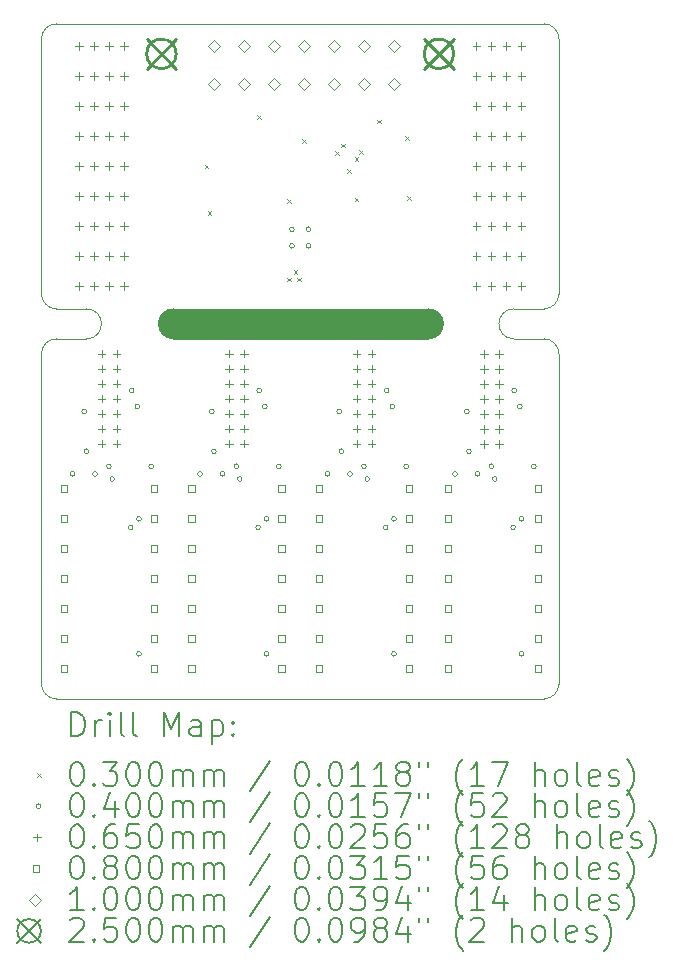
<source format=gbr>
%TF.GenerationSoftware,KiCad,Pcbnew,(6.0.10)*%
%TF.CreationDate,2023-01-31T16:55:20+01:00*%
%TF.ProjectId,LTP-305_dev_board,4c54502d-3330-4355-9f64-65765f626f61,rev?*%
%TF.SameCoordinates,Original*%
%TF.FileFunction,Drillmap*%
%TF.FilePolarity,Positive*%
%FSLAX45Y45*%
G04 Gerber Fmt 4.5, Leading zero omitted, Abs format (unit mm)*
G04 Created by KiCad (PCBNEW (6.0.10)) date 2023-01-31 16:55:20*
%MOMM*%
%LPD*%
G01*
G04 APERTURE LIST*
%ADD10C,0.100000*%
%ADD11C,0.200000*%
%ADD12C,0.030000*%
%ADD13C,0.040000*%
%ADD14C,0.065000*%
%ADD15C,0.080000*%
%ADD16C,0.250000*%
G04 APERTURE END LIST*
D10*
G36*
X15976600Y-6858000D02*
G01*
X15976600Y-6858000D01*
G75*
G02*
X15976600Y-7112000I0J-127000D01*
G01*
X13817600Y-7112000D01*
G75*
G02*
X13817600Y-6858000I0J127000D01*
G01*
X15976600Y-6858000D01*
G37*
X15976600Y-6858000D02*
X15976600Y-6858000D01*
G75*
G02*
X15976600Y-7112000I0J-127000D01*
G01*
X13817600Y-7112000D01*
G75*
G02*
X13817600Y-6858000I0J127000D01*
G01*
X15976600Y-6858000D01*
X16700500Y-7112000D02*
X16954500Y-7112000D01*
X16954500Y-10160000D02*
G75*
G03*
X17081500Y-10033000I0J127000D01*
G01*
X12700000Y-4572000D02*
X12700000Y-6731000D01*
X12700000Y-7239000D02*
X12700000Y-10033000D01*
X17081500Y-4572000D02*
G75*
G03*
X16954500Y-4445000I-127000J0D01*
G01*
X12827000Y-7112000D02*
X13081000Y-7112000D01*
X16954500Y-4445000D02*
X12827000Y-4445000D01*
X13081000Y-7112000D02*
G75*
G03*
X13081000Y-6858000I0J127000D01*
G01*
X12827000Y-6858000D02*
X13081000Y-6858000D01*
X12827000Y-7112000D02*
G75*
G03*
X12700000Y-7239000I0J-127000D01*
G01*
X17081500Y-4572000D02*
X17081500Y-6731000D01*
X12700000Y-10033000D02*
G75*
G03*
X12827000Y-10160000I127000J0D01*
G01*
X12827000Y-4445000D02*
G75*
G03*
X12700000Y-4572000I0J-127000D01*
G01*
X12827000Y-10160000D02*
X16954500Y-10160000D01*
X17081500Y-7239000D02*
X17081500Y-10033000D01*
X17081500Y-7239000D02*
G75*
G03*
X16954500Y-7112000I-127000J0D01*
G01*
X16954500Y-6858000D02*
G75*
G03*
X17081500Y-6731000I0J127000D01*
G01*
X16700500Y-6858000D02*
X16954500Y-6858000D01*
X16700500Y-6858000D02*
G75*
G03*
X16700500Y-7112000I0J-127000D01*
G01*
X12700000Y-6731000D02*
G75*
G03*
X12827000Y-6858000I127000J0D01*
G01*
D11*
D12*
X14082000Y-5636500D02*
X14112000Y-5666500D01*
X14112000Y-5636500D02*
X14082000Y-5666500D01*
X14107400Y-6030200D02*
X14137400Y-6060200D01*
X14137400Y-6030200D02*
X14107400Y-6060200D01*
X14526500Y-5217400D02*
X14556500Y-5247400D01*
X14556500Y-5217400D02*
X14526500Y-5247400D01*
X14779000Y-5931000D02*
X14809000Y-5961000D01*
X14809000Y-5931000D02*
X14779000Y-5961000D01*
X14783000Y-6593000D02*
X14813000Y-6623000D01*
X14813000Y-6593000D02*
X14783000Y-6623000D01*
X14837215Y-6530732D02*
X14867215Y-6560732D01*
X14867215Y-6530732D02*
X14837215Y-6560732D01*
X14867050Y-6594000D02*
X14897050Y-6624000D01*
X14897050Y-6594000D02*
X14867050Y-6624000D01*
X14906000Y-5424000D02*
X14936000Y-5454000D01*
X14936000Y-5424000D02*
X14906000Y-5454000D01*
X15186900Y-5522200D02*
X15216900Y-5552200D01*
X15216900Y-5522200D02*
X15186900Y-5552200D01*
X15236050Y-5458700D02*
X15266050Y-5488700D01*
X15266050Y-5458700D02*
X15236050Y-5488700D01*
X15288500Y-5674600D02*
X15318500Y-5704600D01*
X15318500Y-5674600D02*
X15288500Y-5704600D01*
X15352000Y-5573000D02*
X15382000Y-5603000D01*
X15382000Y-5573000D02*
X15352000Y-5603000D01*
X15352000Y-5915900D02*
X15382000Y-5945900D01*
X15382000Y-5915900D02*
X15352000Y-5945900D01*
X15392550Y-5516003D02*
X15422550Y-5546003D01*
X15422550Y-5516003D02*
X15392550Y-5546003D01*
X15542500Y-5255500D02*
X15572500Y-5285500D01*
X15572500Y-5255500D02*
X15542500Y-5285500D01*
X15782150Y-5395200D02*
X15812150Y-5425200D01*
X15812150Y-5395200D02*
X15782150Y-5425200D01*
X15796500Y-5903200D02*
X15826500Y-5933200D01*
X15826500Y-5903200D02*
X15796500Y-5933200D01*
D13*
X12982950Y-8255000D02*
G75*
G03*
X12982950Y-8255000I-20000J0D01*
G01*
X13082448Y-7726592D02*
G75*
G03*
X13082448Y-7726592I-20000J0D01*
G01*
X13101000Y-8064500D02*
G75*
G03*
X13101000Y-8064500I-20000J0D01*
G01*
X13173450Y-8255000D02*
G75*
G03*
X13173450Y-8255000I-20000J0D01*
G01*
X13291500Y-8191500D02*
G75*
G03*
X13291500Y-8191500I-20000J0D01*
G01*
X13319550Y-8298671D02*
G75*
G03*
X13319550Y-8298671I-20000J0D01*
G01*
X13474824Y-8708450D02*
G75*
G03*
X13474824Y-8708450I-20000J0D01*
G01*
X13484023Y-7548035D02*
G75*
G03*
X13484023Y-7548035I-20000J0D01*
G01*
X13532180Y-7683500D02*
G75*
G03*
X13532180Y-7683500I-20000J0D01*
G01*
X13545500Y-8636000D02*
G75*
G03*
X13545500Y-8636000I-20000J0D01*
G01*
X13545500Y-9779000D02*
G75*
G03*
X13545500Y-9779000I-20000J0D01*
G01*
X13649630Y-8191500D02*
G75*
G03*
X13649630Y-8191500I-20000J0D01*
G01*
X14062450Y-8255000D02*
G75*
G03*
X14062450Y-8255000I-20000J0D01*
G01*
X14161948Y-7726592D02*
G75*
G03*
X14161948Y-7726592I-20000J0D01*
G01*
X14180500Y-8064500D02*
G75*
G03*
X14180500Y-8064500I-20000J0D01*
G01*
X14252950Y-8255000D02*
G75*
G03*
X14252950Y-8255000I-20000J0D01*
G01*
X14371000Y-8191500D02*
G75*
G03*
X14371000Y-8191500I-20000J0D01*
G01*
X14399050Y-8298671D02*
G75*
G03*
X14399050Y-8298671I-20000J0D01*
G01*
X14554324Y-8708450D02*
G75*
G03*
X14554324Y-8708450I-20000J0D01*
G01*
X14563523Y-7548035D02*
G75*
G03*
X14563523Y-7548035I-20000J0D01*
G01*
X14611680Y-7683500D02*
G75*
G03*
X14611680Y-7683500I-20000J0D01*
G01*
X14625000Y-8636000D02*
G75*
G03*
X14625000Y-8636000I-20000J0D01*
G01*
X14625000Y-9779000D02*
G75*
G03*
X14625000Y-9779000I-20000J0D01*
G01*
X14729130Y-8191500D02*
G75*
G03*
X14729130Y-8191500I-20000J0D01*
G01*
X14840900Y-6184900D02*
G75*
G03*
X14840900Y-6184900I-20000J0D01*
G01*
X14840900Y-6324600D02*
G75*
G03*
X14840900Y-6324600I-20000J0D01*
G01*
X14980600Y-6184900D02*
G75*
G03*
X14980600Y-6184900I-20000J0D01*
G01*
X14980600Y-6324600D02*
G75*
G03*
X14980600Y-6324600I-20000J0D01*
G01*
X15141950Y-8255000D02*
G75*
G03*
X15141950Y-8255000I-20000J0D01*
G01*
X15241448Y-7726592D02*
G75*
G03*
X15241448Y-7726592I-20000J0D01*
G01*
X15260000Y-8064500D02*
G75*
G03*
X15260000Y-8064500I-20000J0D01*
G01*
X15332450Y-8255000D02*
G75*
G03*
X15332450Y-8255000I-20000J0D01*
G01*
X15450500Y-8191500D02*
G75*
G03*
X15450500Y-8191500I-20000J0D01*
G01*
X15478550Y-8298671D02*
G75*
G03*
X15478550Y-8298671I-20000J0D01*
G01*
X15633824Y-8708450D02*
G75*
G03*
X15633824Y-8708450I-20000J0D01*
G01*
X15643023Y-7548035D02*
G75*
G03*
X15643023Y-7548035I-20000J0D01*
G01*
X15691180Y-7683500D02*
G75*
G03*
X15691180Y-7683500I-20000J0D01*
G01*
X15704500Y-8636000D02*
G75*
G03*
X15704500Y-8636000I-20000J0D01*
G01*
X15704500Y-9779000D02*
G75*
G03*
X15704500Y-9779000I-20000J0D01*
G01*
X15808630Y-8191500D02*
G75*
G03*
X15808630Y-8191500I-20000J0D01*
G01*
X16221450Y-8255000D02*
G75*
G03*
X16221450Y-8255000I-20000J0D01*
G01*
X16320948Y-7726592D02*
G75*
G03*
X16320948Y-7726592I-20000J0D01*
G01*
X16339500Y-8064500D02*
G75*
G03*
X16339500Y-8064500I-20000J0D01*
G01*
X16411950Y-8255000D02*
G75*
G03*
X16411950Y-8255000I-20000J0D01*
G01*
X16530000Y-8191500D02*
G75*
G03*
X16530000Y-8191500I-20000J0D01*
G01*
X16558050Y-8298671D02*
G75*
G03*
X16558050Y-8298671I-20000J0D01*
G01*
X16713324Y-8708450D02*
G75*
G03*
X16713324Y-8708450I-20000J0D01*
G01*
X16722523Y-7548035D02*
G75*
G03*
X16722523Y-7548035I-20000J0D01*
G01*
X16770680Y-7683500D02*
G75*
G03*
X16770680Y-7683500I-20000J0D01*
G01*
X16784000Y-8636000D02*
G75*
G03*
X16784000Y-8636000I-20000J0D01*
G01*
X16784000Y-9779000D02*
G75*
G03*
X16784000Y-9779000I-20000J0D01*
G01*
X16888130Y-8191500D02*
G75*
G03*
X16888130Y-8191500I-20000J0D01*
G01*
D14*
X13017500Y-4603000D02*
X13017500Y-4668000D01*
X12985000Y-4635500D02*
X13050000Y-4635500D01*
X13017500Y-4857000D02*
X13017500Y-4922000D01*
X12985000Y-4889500D02*
X13050000Y-4889500D01*
X13017500Y-5111000D02*
X13017500Y-5176000D01*
X12985000Y-5143500D02*
X13050000Y-5143500D01*
X13017500Y-5365000D02*
X13017500Y-5430000D01*
X12985000Y-5397500D02*
X13050000Y-5397500D01*
X13017500Y-5619000D02*
X13017500Y-5684000D01*
X12985000Y-5651500D02*
X13050000Y-5651500D01*
X13017500Y-5873000D02*
X13017500Y-5938000D01*
X12985000Y-5905500D02*
X13050000Y-5905500D01*
X13017500Y-6127000D02*
X13017500Y-6192000D01*
X12985000Y-6159500D02*
X13050000Y-6159500D01*
X13017500Y-6381000D02*
X13017500Y-6446000D01*
X12985000Y-6413500D02*
X13050000Y-6413500D01*
X13017500Y-6635000D02*
X13017500Y-6700000D01*
X12985000Y-6667500D02*
X13050000Y-6667500D01*
X13144500Y-4603000D02*
X13144500Y-4668000D01*
X13112000Y-4635500D02*
X13177000Y-4635500D01*
X13144500Y-4857000D02*
X13144500Y-4922000D01*
X13112000Y-4889500D02*
X13177000Y-4889500D01*
X13144500Y-5111000D02*
X13144500Y-5176000D01*
X13112000Y-5143500D02*
X13177000Y-5143500D01*
X13144500Y-5365000D02*
X13144500Y-5430000D01*
X13112000Y-5397500D02*
X13177000Y-5397500D01*
X13144500Y-5619000D02*
X13144500Y-5684000D01*
X13112000Y-5651500D02*
X13177000Y-5651500D01*
X13144500Y-5873000D02*
X13144500Y-5938000D01*
X13112000Y-5905500D02*
X13177000Y-5905500D01*
X13144500Y-6127000D02*
X13144500Y-6192000D01*
X13112000Y-6159500D02*
X13177000Y-6159500D01*
X13144500Y-6381000D02*
X13144500Y-6446000D01*
X13112000Y-6413500D02*
X13177000Y-6413500D01*
X13144500Y-6635000D02*
X13144500Y-6700000D01*
X13112000Y-6667500D02*
X13177000Y-6667500D01*
X13209000Y-7205000D02*
X13209000Y-7270000D01*
X13176500Y-7237500D02*
X13241500Y-7237500D01*
X13209000Y-7332000D02*
X13209000Y-7397000D01*
X13176500Y-7364500D02*
X13241500Y-7364500D01*
X13209000Y-7459000D02*
X13209000Y-7524000D01*
X13176500Y-7491500D02*
X13241500Y-7491500D01*
X13209000Y-7586000D02*
X13209000Y-7651000D01*
X13176500Y-7618500D02*
X13241500Y-7618500D01*
X13209000Y-7713000D02*
X13209000Y-7778000D01*
X13176500Y-7745500D02*
X13241500Y-7745500D01*
X13209000Y-7840000D02*
X13209000Y-7905000D01*
X13176500Y-7872500D02*
X13241500Y-7872500D01*
X13209000Y-7967000D02*
X13209000Y-8032000D01*
X13176500Y-7999500D02*
X13241500Y-7999500D01*
X13271500Y-4603000D02*
X13271500Y-4668000D01*
X13239000Y-4635500D02*
X13304000Y-4635500D01*
X13271500Y-4857000D02*
X13271500Y-4922000D01*
X13239000Y-4889500D02*
X13304000Y-4889500D01*
X13271500Y-5111000D02*
X13271500Y-5176000D01*
X13239000Y-5143500D02*
X13304000Y-5143500D01*
X13271500Y-5365000D02*
X13271500Y-5430000D01*
X13239000Y-5397500D02*
X13304000Y-5397500D01*
X13271500Y-5619000D02*
X13271500Y-5684000D01*
X13239000Y-5651500D02*
X13304000Y-5651500D01*
X13271500Y-5873000D02*
X13271500Y-5938000D01*
X13239000Y-5905500D02*
X13304000Y-5905500D01*
X13271500Y-6127000D02*
X13271500Y-6192000D01*
X13239000Y-6159500D02*
X13304000Y-6159500D01*
X13271500Y-6381000D02*
X13271500Y-6446000D01*
X13239000Y-6413500D02*
X13304000Y-6413500D01*
X13271500Y-6635000D02*
X13271500Y-6700000D01*
X13239000Y-6667500D02*
X13304000Y-6667500D01*
X13336000Y-7205000D02*
X13336000Y-7270000D01*
X13303500Y-7237500D02*
X13368500Y-7237500D01*
X13336000Y-7332000D02*
X13336000Y-7397000D01*
X13303500Y-7364500D02*
X13368500Y-7364500D01*
X13336000Y-7459000D02*
X13336000Y-7524000D01*
X13303500Y-7491500D02*
X13368500Y-7491500D01*
X13336000Y-7586000D02*
X13336000Y-7651000D01*
X13303500Y-7618500D02*
X13368500Y-7618500D01*
X13336000Y-7713000D02*
X13336000Y-7778000D01*
X13303500Y-7745500D02*
X13368500Y-7745500D01*
X13336000Y-7840000D02*
X13336000Y-7905000D01*
X13303500Y-7872500D02*
X13368500Y-7872500D01*
X13336000Y-7967000D02*
X13336000Y-8032000D01*
X13303500Y-7999500D02*
X13368500Y-7999500D01*
X13398500Y-4603000D02*
X13398500Y-4668000D01*
X13366000Y-4635500D02*
X13431000Y-4635500D01*
X13398500Y-4857000D02*
X13398500Y-4922000D01*
X13366000Y-4889500D02*
X13431000Y-4889500D01*
X13398500Y-5111000D02*
X13398500Y-5176000D01*
X13366000Y-5143500D02*
X13431000Y-5143500D01*
X13398500Y-5365000D02*
X13398500Y-5430000D01*
X13366000Y-5397500D02*
X13431000Y-5397500D01*
X13398500Y-5619000D02*
X13398500Y-5684000D01*
X13366000Y-5651500D02*
X13431000Y-5651500D01*
X13398500Y-5873000D02*
X13398500Y-5938000D01*
X13366000Y-5905500D02*
X13431000Y-5905500D01*
X13398500Y-6127000D02*
X13398500Y-6192000D01*
X13366000Y-6159500D02*
X13431000Y-6159500D01*
X13398500Y-6381000D02*
X13398500Y-6446000D01*
X13366000Y-6413500D02*
X13431000Y-6413500D01*
X13398500Y-6635000D02*
X13398500Y-6700000D01*
X13366000Y-6667500D02*
X13431000Y-6667500D01*
X14288500Y-7205000D02*
X14288500Y-7270000D01*
X14256000Y-7237500D02*
X14321000Y-7237500D01*
X14288500Y-7332000D02*
X14288500Y-7397000D01*
X14256000Y-7364500D02*
X14321000Y-7364500D01*
X14288500Y-7459000D02*
X14288500Y-7524000D01*
X14256000Y-7491500D02*
X14321000Y-7491500D01*
X14288500Y-7586000D02*
X14288500Y-7651000D01*
X14256000Y-7618500D02*
X14321000Y-7618500D01*
X14288500Y-7713000D02*
X14288500Y-7778000D01*
X14256000Y-7745500D02*
X14321000Y-7745500D01*
X14288500Y-7840000D02*
X14288500Y-7905000D01*
X14256000Y-7872500D02*
X14321000Y-7872500D01*
X14288500Y-7967000D02*
X14288500Y-8032000D01*
X14256000Y-7999500D02*
X14321000Y-7999500D01*
X14415500Y-7205000D02*
X14415500Y-7270000D01*
X14383000Y-7237500D02*
X14448000Y-7237500D01*
X14415500Y-7332000D02*
X14415500Y-7397000D01*
X14383000Y-7364500D02*
X14448000Y-7364500D01*
X14415500Y-7459000D02*
X14415500Y-7524000D01*
X14383000Y-7491500D02*
X14448000Y-7491500D01*
X14415500Y-7586000D02*
X14415500Y-7651000D01*
X14383000Y-7618500D02*
X14448000Y-7618500D01*
X14415500Y-7713000D02*
X14415500Y-7778000D01*
X14383000Y-7745500D02*
X14448000Y-7745500D01*
X14415500Y-7840000D02*
X14415500Y-7905000D01*
X14383000Y-7872500D02*
X14448000Y-7872500D01*
X14415500Y-7967000D02*
X14415500Y-8032000D01*
X14383000Y-7999500D02*
X14448000Y-7999500D01*
X15368000Y-7205000D02*
X15368000Y-7270000D01*
X15335500Y-7237500D02*
X15400500Y-7237500D01*
X15368000Y-7332000D02*
X15368000Y-7397000D01*
X15335500Y-7364500D02*
X15400500Y-7364500D01*
X15368000Y-7459000D02*
X15368000Y-7524000D01*
X15335500Y-7491500D02*
X15400500Y-7491500D01*
X15368000Y-7586000D02*
X15368000Y-7651000D01*
X15335500Y-7618500D02*
X15400500Y-7618500D01*
X15368000Y-7713000D02*
X15368000Y-7778000D01*
X15335500Y-7745500D02*
X15400500Y-7745500D01*
X15368000Y-7840000D02*
X15368000Y-7905000D01*
X15335500Y-7872500D02*
X15400500Y-7872500D01*
X15368000Y-7967000D02*
X15368000Y-8032000D01*
X15335500Y-7999500D02*
X15400500Y-7999500D01*
X15495000Y-7205000D02*
X15495000Y-7270000D01*
X15462500Y-7237500D02*
X15527500Y-7237500D01*
X15495000Y-7332000D02*
X15495000Y-7397000D01*
X15462500Y-7364500D02*
X15527500Y-7364500D01*
X15495000Y-7459000D02*
X15495000Y-7524000D01*
X15462500Y-7491500D02*
X15527500Y-7491500D01*
X15495000Y-7586000D02*
X15495000Y-7651000D01*
X15462500Y-7618500D02*
X15527500Y-7618500D01*
X15495000Y-7713000D02*
X15495000Y-7778000D01*
X15462500Y-7745500D02*
X15527500Y-7745500D01*
X15495000Y-7840000D02*
X15495000Y-7905000D01*
X15462500Y-7872500D02*
X15527500Y-7872500D01*
X15495000Y-7967000D02*
X15495000Y-8032000D01*
X15462500Y-7999500D02*
X15527500Y-7999500D01*
X16383000Y-4603000D02*
X16383000Y-4668000D01*
X16350500Y-4635500D02*
X16415500Y-4635500D01*
X16383000Y-4857000D02*
X16383000Y-4922000D01*
X16350500Y-4889500D02*
X16415500Y-4889500D01*
X16383000Y-5111000D02*
X16383000Y-5176000D01*
X16350500Y-5143500D02*
X16415500Y-5143500D01*
X16383000Y-5365000D02*
X16383000Y-5430000D01*
X16350500Y-5397500D02*
X16415500Y-5397500D01*
X16383000Y-5619000D02*
X16383000Y-5684000D01*
X16350500Y-5651500D02*
X16415500Y-5651500D01*
X16383000Y-5873000D02*
X16383000Y-5938000D01*
X16350500Y-5905500D02*
X16415500Y-5905500D01*
X16383000Y-6127000D02*
X16383000Y-6192000D01*
X16350500Y-6159500D02*
X16415500Y-6159500D01*
X16383000Y-6381000D02*
X16383000Y-6446000D01*
X16350500Y-6413500D02*
X16415500Y-6413500D01*
X16383000Y-6635000D02*
X16383000Y-6700000D01*
X16350500Y-6667500D02*
X16415500Y-6667500D01*
X16446500Y-7206500D02*
X16446500Y-7271500D01*
X16414000Y-7239000D02*
X16479000Y-7239000D01*
X16446500Y-7333500D02*
X16446500Y-7398500D01*
X16414000Y-7366000D02*
X16479000Y-7366000D01*
X16446500Y-7460500D02*
X16446500Y-7525500D01*
X16414000Y-7493000D02*
X16479000Y-7493000D01*
X16446500Y-7587500D02*
X16446500Y-7652500D01*
X16414000Y-7620000D02*
X16479000Y-7620000D01*
X16446500Y-7714500D02*
X16446500Y-7779500D01*
X16414000Y-7747000D02*
X16479000Y-7747000D01*
X16446500Y-7841500D02*
X16446500Y-7906500D01*
X16414000Y-7874000D02*
X16479000Y-7874000D01*
X16446500Y-7968500D02*
X16446500Y-8033500D01*
X16414000Y-8001000D02*
X16479000Y-8001000D01*
X16510000Y-4603000D02*
X16510000Y-4668000D01*
X16477500Y-4635500D02*
X16542500Y-4635500D01*
X16510000Y-4857000D02*
X16510000Y-4922000D01*
X16477500Y-4889500D02*
X16542500Y-4889500D01*
X16510000Y-5111000D02*
X16510000Y-5176000D01*
X16477500Y-5143500D02*
X16542500Y-5143500D01*
X16510000Y-5365000D02*
X16510000Y-5430000D01*
X16477500Y-5397500D02*
X16542500Y-5397500D01*
X16510000Y-5619000D02*
X16510000Y-5684000D01*
X16477500Y-5651500D02*
X16542500Y-5651500D01*
X16510000Y-5873000D02*
X16510000Y-5938000D01*
X16477500Y-5905500D02*
X16542500Y-5905500D01*
X16510000Y-6127000D02*
X16510000Y-6192000D01*
X16477500Y-6159500D02*
X16542500Y-6159500D01*
X16510000Y-6381000D02*
X16510000Y-6446000D01*
X16477500Y-6413500D02*
X16542500Y-6413500D01*
X16510000Y-6635000D02*
X16510000Y-6700000D01*
X16477500Y-6667500D02*
X16542500Y-6667500D01*
X16573500Y-7206500D02*
X16573500Y-7271500D01*
X16541000Y-7239000D02*
X16606000Y-7239000D01*
X16573500Y-7333500D02*
X16573500Y-7398500D01*
X16541000Y-7366000D02*
X16606000Y-7366000D01*
X16573500Y-7460500D02*
X16573500Y-7525500D01*
X16541000Y-7493000D02*
X16606000Y-7493000D01*
X16573500Y-7587500D02*
X16573500Y-7652500D01*
X16541000Y-7620000D02*
X16606000Y-7620000D01*
X16573500Y-7714500D02*
X16573500Y-7779500D01*
X16541000Y-7747000D02*
X16606000Y-7747000D01*
X16573500Y-7841500D02*
X16573500Y-7906500D01*
X16541000Y-7874000D02*
X16606000Y-7874000D01*
X16573500Y-7968500D02*
X16573500Y-8033500D01*
X16541000Y-8001000D02*
X16606000Y-8001000D01*
X16637000Y-4603000D02*
X16637000Y-4668000D01*
X16604500Y-4635500D02*
X16669500Y-4635500D01*
X16637000Y-4857000D02*
X16637000Y-4922000D01*
X16604500Y-4889500D02*
X16669500Y-4889500D01*
X16637000Y-5111000D02*
X16637000Y-5176000D01*
X16604500Y-5143500D02*
X16669500Y-5143500D01*
X16637000Y-5365000D02*
X16637000Y-5430000D01*
X16604500Y-5397500D02*
X16669500Y-5397500D01*
X16637000Y-5619000D02*
X16637000Y-5684000D01*
X16604500Y-5651500D02*
X16669500Y-5651500D01*
X16637000Y-5873000D02*
X16637000Y-5938000D01*
X16604500Y-5905500D02*
X16669500Y-5905500D01*
X16637000Y-6127000D02*
X16637000Y-6192000D01*
X16604500Y-6159500D02*
X16669500Y-6159500D01*
X16637000Y-6381000D02*
X16637000Y-6446000D01*
X16604500Y-6413500D02*
X16669500Y-6413500D01*
X16637000Y-6635000D02*
X16637000Y-6700000D01*
X16604500Y-6667500D02*
X16669500Y-6667500D01*
X16764000Y-4603000D02*
X16764000Y-4668000D01*
X16731500Y-4635500D02*
X16796500Y-4635500D01*
X16764000Y-4857000D02*
X16764000Y-4922000D01*
X16731500Y-4889500D02*
X16796500Y-4889500D01*
X16764000Y-5111000D02*
X16764000Y-5176000D01*
X16731500Y-5143500D02*
X16796500Y-5143500D01*
X16764000Y-5365000D02*
X16764000Y-5430000D01*
X16731500Y-5397500D02*
X16796500Y-5397500D01*
X16764000Y-5619000D02*
X16764000Y-5684000D01*
X16731500Y-5651500D02*
X16796500Y-5651500D01*
X16764000Y-5873000D02*
X16764000Y-5938000D01*
X16731500Y-5905500D02*
X16796500Y-5905500D01*
X16764000Y-6127000D02*
X16764000Y-6192000D01*
X16731500Y-6159500D02*
X16796500Y-6159500D01*
X16764000Y-6381000D02*
X16764000Y-6446000D01*
X16731500Y-6413500D02*
X16796500Y-6413500D01*
X16764000Y-6635000D02*
X16764000Y-6700000D01*
X16731500Y-6667500D02*
X16796500Y-6667500D01*
D15*
X12918784Y-8410285D02*
X12918784Y-8353715D01*
X12862215Y-8353715D01*
X12862215Y-8410285D01*
X12918784Y-8410285D01*
X12918784Y-8664285D02*
X12918784Y-8607716D01*
X12862215Y-8607716D01*
X12862215Y-8664285D01*
X12918784Y-8664285D01*
X12918784Y-8918285D02*
X12918784Y-8861716D01*
X12862215Y-8861716D01*
X12862215Y-8918285D01*
X12918784Y-8918285D01*
X12918784Y-9172285D02*
X12918784Y-9115716D01*
X12862215Y-9115716D01*
X12862215Y-9172285D01*
X12918784Y-9172285D01*
X12918784Y-9426285D02*
X12918784Y-9369716D01*
X12862215Y-9369716D01*
X12862215Y-9426285D01*
X12918784Y-9426285D01*
X12918784Y-9680285D02*
X12918784Y-9623716D01*
X12862215Y-9623716D01*
X12862215Y-9680285D01*
X12918784Y-9680285D01*
X12918784Y-9934285D02*
X12918784Y-9877716D01*
X12862215Y-9877716D01*
X12862215Y-9934285D01*
X12918784Y-9934285D01*
X13680784Y-8410285D02*
X13680784Y-8353715D01*
X13624215Y-8353715D01*
X13624215Y-8410285D01*
X13680784Y-8410285D01*
X13680784Y-8664285D02*
X13680784Y-8607716D01*
X13624215Y-8607716D01*
X13624215Y-8664285D01*
X13680784Y-8664285D01*
X13680784Y-8918285D02*
X13680784Y-8861716D01*
X13624215Y-8861716D01*
X13624215Y-8918285D01*
X13680784Y-8918285D01*
X13680784Y-9172285D02*
X13680784Y-9115716D01*
X13624215Y-9115716D01*
X13624215Y-9172285D01*
X13680784Y-9172285D01*
X13680784Y-9426285D02*
X13680784Y-9369716D01*
X13624215Y-9369716D01*
X13624215Y-9426285D01*
X13680784Y-9426285D01*
X13680784Y-9680285D02*
X13680784Y-9623716D01*
X13624215Y-9623716D01*
X13624215Y-9680285D01*
X13680784Y-9680285D01*
X13680784Y-9934285D02*
X13680784Y-9877716D01*
X13624215Y-9877716D01*
X13624215Y-9934285D01*
X13680784Y-9934285D01*
X13998284Y-8410285D02*
X13998284Y-8353715D01*
X13941715Y-8353715D01*
X13941715Y-8410285D01*
X13998284Y-8410285D01*
X13998284Y-8664285D02*
X13998284Y-8607716D01*
X13941715Y-8607716D01*
X13941715Y-8664285D01*
X13998284Y-8664285D01*
X13998284Y-8918285D02*
X13998284Y-8861716D01*
X13941715Y-8861716D01*
X13941715Y-8918285D01*
X13998284Y-8918285D01*
X13998284Y-9172285D02*
X13998284Y-9115716D01*
X13941715Y-9115716D01*
X13941715Y-9172285D01*
X13998284Y-9172285D01*
X13998284Y-9426285D02*
X13998284Y-9369716D01*
X13941715Y-9369716D01*
X13941715Y-9426285D01*
X13998284Y-9426285D01*
X13998284Y-9680285D02*
X13998284Y-9623716D01*
X13941715Y-9623716D01*
X13941715Y-9680285D01*
X13998284Y-9680285D01*
X13998284Y-9934285D02*
X13998284Y-9877716D01*
X13941715Y-9877716D01*
X13941715Y-9934285D01*
X13998284Y-9934285D01*
X14760284Y-8410285D02*
X14760284Y-8353715D01*
X14703715Y-8353715D01*
X14703715Y-8410285D01*
X14760284Y-8410285D01*
X14760284Y-8664285D02*
X14760284Y-8607716D01*
X14703715Y-8607716D01*
X14703715Y-8664285D01*
X14760284Y-8664285D01*
X14760284Y-8918285D02*
X14760284Y-8861716D01*
X14703715Y-8861716D01*
X14703715Y-8918285D01*
X14760284Y-8918285D01*
X14760284Y-9172285D02*
X14760284Y-9115716D01*
X14703715Y-9115716D01*
X14703715Y-9172285D01*
X14760284Y-9172285D01*
X14760284Y-9426285D02*
X14760284Y-9369716D01*
X14703715Y-9369716D01*
X14703715Y-9426285D01*
X14760284Y-9426285D01*
X14760284Y-9680285D02*
X14760284Y-9623716D01*
X14703715Y-9623716D01*
X14703715Y-9680285D01*
X14760284Y-9680285D01*
X14760284Y-9934285D02*
X14760284Y-9877716D01*
X14703715Y-9877716D01*
X14703715Y-9934285D01*
X14760284Y-9934285D01*
X15077784Y-8410285D02*
X15077784Y-8353715D01*
X15021215Y-8353715D01*
X15021215Y-8410285D01*
X15077784Y-8410285D01*
X15077784Y-8664285D02*
X15077784Y-8607716D01*
X15021215Y-8607716D01*
X15021215Y-8664285D01*
X15077784Y-8664285D01*
X15077784Y-8918285D02*
X15077784Y-8861716D01*
X15021215Y-8861716D01*
X15021215Y-8918285D01*
X15077784Y-8918285D01*
X15077784Y-9172285D02*
X15077784Y-9115716D01*
X15021215Y-9115716D01*
X15021215Y-9172285D01*
X15077784Y-9172285D01*
X15077784Y-9426285D02*
X15077784Y-9369716D01*
X15021215Y-9369716D01*
X15021215Y-9426285D01*
X15077784Y-9426285D01*
X15077784Y-9680285D02*
X15077784Y-9623716D01*
X15021215Y-9623716D01*
X15021215Y-9680285D01*
X15077784Y-9680285D01*
X15077784Y-9934285D02*
X15077784Y-9877716D01*
X15021215Y-9877716D01*
X15021215Y-9934285D01*
X15077784Y-9934285D01*
X15839784Y-8410285D02*
X15839784Y-8353715D01*
X15783215Y-8353715D01*
X15783215Y-8410285D01*
X15839784Y-8410285D01*
X15839784Y-8664285D02*
X15839784Y-8607716D01*
X15783215Y-8607716D01*
X15783215Y-8664285D01*
X15839784Y-8664285D01*
X15839784Y-8918285D02*
X15839784Y-8861716D01*
X15783215Y-8861716D01*
X15783215Y-8918285D01*
X15839784Y-8918285D01*
X15839784Y-9172285D02*
X15839784Y-9115716D01*
X15783215Y-9115716D01*
X15783215Y-9172285D01*
X15839784Y-9172285D01*
X15839784Y-9426285D02*
X15839784Y-9369716D01*
X15783215Y-9369716D01*
X15783215Y-9426285D01*
X15839784Y-9426285D01*
X15839784Y-9680285D02*
X15839784Y-9623716D01*
X15783215Y-9623716D01*
X15783215Y-9680285D01*
X15839784Y-9680285D01*
X15839784Y-9934285D02*
X15839784Y-9877716D01*
X15783215Y-9877716D01*
X15783215Y-9934285D01*
X15839784Y-9934285D01*
X16169984Y-8410285D02*
X16169984Y-8353715D01*
X16113415Y-8353715D01*
X16113415Y-8410285D01*
X16169984Y-8410285D01*
X16169984Y-8664285D02*
X16169984Y-8607716D01*
X16113415Y-8607716D01*
X16113415Y-8664285D01*
X16169984Y-8664285D01*
X16169984Y-8918285D02*
X16169984Y-8861716D01*
X16113415Y-8861716D01*
X16113415Y-8918285D01*
X16169984Y-8918285D01*
X16169984Y-9172285D02*
X16169984Y-9115716D01*
X16113415Y-9115716D01*
X16113415Y-9172285D01*
X16169984Y-9172285D01*
X16169984Y-9426285D02*
X16169984Y-9369716D01*
X16113415Y-9369716D01*
X16113415Y-9426285D01*
X16169984Y-9426285D01*
X16169984Y-9680285D02*
X16169984Y-9623716D01*
X16113415Y-9623716D01*
X16113415Y-9680285D01*
X16169984Y-9680285D01*
X16169984Y-9934285D02*
X16169984Y-9877716D01*
X16113415Y-9877716D01*
X16113415Y-9934285D01*
X16169984Y-9934285D01*
X16931985Y-8410285D02*
X16931985Y-8353715D01*
X16875416Y-8353715D01*
X16875416Y-8410285D01*
X16931985Y-8410285D01*
X16931985Y-8664285D02*
X16931985Y-8607716D01*
X16875416Y-8607716D01*
X16875416Y-8664285D01*
X16931985Y-8664285D01*
X16931985Y-8918285D02*
X16931985Y-8861716D01*
X16875416Y-8861716D01*
X16875416Y-8918285D01*
X16931985Y-8918285D01*
X16931985Y-9172285D02*
X16931985Y-9115716D01*
X16875416Y-9115716D01*
X16875416Y-9172285D01*
X16931985Y-9172285D01*
X16931985Y-9426285D02*
X16931985Y-9369716D01*
X16875416Y-9369716D01*
X16875416Y-9426285D01*
X16931985Y-9426285D01*
X16931985Y-9680285D02*
X16931985Y-9623716D01*
X16875416Y-9623716D01*
X16875416Y-9680285D01*
X16931985Y-9680285D01*
X16931985Y-9934285D02*
X16931985Y-9877716D01*
X16875416Y-9877716D01*
X16875416Y-9934285D01*
X16931985Y-9934285D01*
D10*
X14158750Y-5007500D02*
X14208750Y-4957500D01*
X14158750Y-4907500D01*
X14108750Y-4957500D01*
X14158750Y-5007500D01*
X14160500Y-4685500D02*
X14210500Y-4635500D01*
X14160500Y-4585500D01*
X14110500Y-4635500D01*
X14160500Y-4685500D01*
X14412750Y-5007500D02*
X14462750Y-4957500D01*
X14412750Y-4907500D01*
X14362750Y-4957500D01*
X14412750Y-5007500D01*
X14414500Y-4685500D02*
X14464500Y-4635500D01*
X14414500Y-4585500D01*
X14364500Y-4635500D01*
X14414500Y-4685500D01*
X14666750Y-5007500D02*
X14716750Y-4957500D01*
X14666750Y-4907500D01*
X14616750Y-4957500D01*
X14666750Y-5007500D01*
X14668500Y-4685500D02*
X14718500Y-4635500D01*
X14668500Y-4585500D01*
X14618500Y-4635500D01*
X14668500Y-4685500D01*
X14920750Y-5007500D02*
X14970750Y-4957500D01*
X14920750Y-4907500D01*
X14870750Y-4957500D01*
X14920750Y-5007500D01*
X14922500Y-4685500D02*
X14972500Y-4635500D01*
X14922500Y-4585500D01*
X14872500Y-4635500D01*
X14922500Y-4685500D01*
X15174750Y-5007500D02*
X15224750Y-4957500D01*
X15174750Y-4907500D01*
X15124750Y-4957500D01*
X15174750Y-5007500D01*
X15176500Y-4685500D02*
X15226500Y-4635500D01*
X15176500Y-4585500D01*
X15126500Y-4635500D01*
X15176500Y-4685500D01*
X15428750Y-5007500D02*
X15478750Y-4957500D01*
X15428750Y-4907500D01*
X15378750Y-4957500D01*
X15428750Y-5007500D01*
X15430500Y-4685500D02*
X15480500Y-4635500D01*
X15430500Y-4585500D01*
X15380500Y-4635500D01*
X15430500Y-4685500D01*
X15682750Y-5007500D02*
X15732750Y-4957500D01*
X15682750Y-4907500D01*
X15632750Y-4957500D01*
X15682750Y-5007500D01*
X15684500Y-4685500D02*
X15734500Y-4635500D01*
X15684500Y-4585500D01*
X15634500Y-4635500D01*
X15684500Y-4685500D01*
D16*
X13591000Y-4574000D02*
X13841000Y-4824000D01*
X13841000Y-4574000D02*
X13591000Y-4824000D01*
X13841000Y-4699000D02*
G75*
G03*
X13841000Y-4699000I-125000J0D01*
G01*
X15940500Y-4574000D02*
X16190500Y-4824000D01*
X16190500Y-4574000D02*
X15940500Y-4824000D01*
X16190500Y-4699000D02*
G75*
G03*
X16190500Y-4699000I-125000J0D01*
G01*
D11*
X12952619Y-10475476D02*
X12952619Y-10275476D01*
X13000238Y-10275476D01*
X13028809Y-10285000D01*
X13047857Y-10304048D01*
X13057381Y-10323095D01*
X13066905Y-10361190D01*
X13066905Y-10389762D01*
X13057381Y-10427857D01*
X13047857Y-10446905D01*
X13028809Y-10465952D01*
X13000238Y-10475476D01*
X12952619Y-10475476D01*
X13152619Y-10475476D02*
X13152619Y-10342143D01*
X13152619Y-10380238D02*
X13162143Y-10361190D01*
X13171667Y-10351667D01*
X13190714Y-10342143D01*
X13209762Y-10342143D01*
X13276428Y-10475476D02*
X13276428Y-10342143D01*
X13276428Y-10275476D02*
X13266905Y-10285000D01*
X13276428Y-10294524D01*
X13285952Y-10285000D01*
X13276428Y-10275476D01*
X13276428Y-10294524D01*
X13400238Y-10475476D02*
X13381190Y-10465952D01*
X13371667Y-10446905D01*
X13371667Y-10275476D01*
X13505000Y-10475476D02*
X13485952Y-10465952D01*
X13476428Y-10446905D01*
X13476428Y-10275476D01*
X13733571Y-10475476D02*
X13733571Y-10275476D01*
X13800238Y-10418333D01*
X13866905Y-10275476D01*
X13866905Y-10475476D01*
X14047857Y-10475476D02*
X14047857Y-10370714D01*
X14038333Y-10351667D01*
X14019286Y-10342143D01*
X13981190Y-10342143D01*
X13962143Y-10351667D01*
X14047857Y-10465952D02*
X14028809Y-10475476D01*
X13981190Y-10475476D01*
X13962143Y-10465952D01*
X13952619Y-10446905D01*
X13952619Y-10427857D01*
X13962143Y-10408810D01*
X13981190Y-10399286D01*
X14028809Y-10399286D01*
X14047857Y-10389762D01*
X14143095Y-10342143D02*
X14143095Y-10542143D01*
X14143095Y-10351667D02*
X14162143Y-10342143D01*
X14200238Y-10342143D01*
X14219286Y-10351667D01*
X14228809Y-10361190D01*
X14238333Y-10380238D01*
X14238333Y-10437381D01*
X14228809Y-10456429D01*
X14219286Y-10465952D01*
X14200238Y-10475476D01*
X14162143Y-10475476D01*
X14143095Y-10465952D01*
X14324048Y-10456429D02*
X14333571Y-10465952D01*
X14324048Y-10475476D01*
X14314524Y-10465952D01*
X14324048Y-10456429D01*
X14324048Y-10475476D01*
X14324048Y-10351667D02*
X14333571Y-10361190D01*
X14324048Y-10370714D01*
X14314524Y-10361190D01*
X14324048Y-10351667D01*
X14324048Y-10370714D01*
D12*
X12665000Y-10790000D02*
X12695000Y-10820000D01*
X12695000Y-10790000D02*
X12665000Y-10820000D01*
D11*
X12990714Y-10695476D02*
X13009762Y-10695476D01*
X13028809Y-10705000D01*
X13038333Y-10714524D01*
X13047857Y-10733571D01*
X13057381Y-10771667D01*
X13057381Y-10819286D01*
X13047857Y-10857381D01*
X13038333Y-10876429D01*
X13028809Y-10885952D01*
X13009762Y-10895476D01*
X12990714Y-10895476D01*
X12971667Y-10885952D01*
X12962143Y-10876429D01*
X12952619Y-10857381D01*
X12943095Y-10819286D01*
X12943095Y-10771667D01*
X12952619Y-10733571D01*
X12962143Y-10714524D01*
X12971667Y-10705000D01*
X12990714Y-10695476D01*
X13143095Y-10876429D02*
X13152619Y-10885952D01*
X13143095Y-10895476D01*
X13133571Y-10885952D01*
X13143095Y-10876429D01*
X13143095Y-10895476D01*
X13219286Y-10695476D02*
X13343095Y-10695476D01*
X13276428Y-10771667D01*
X13305000Y-10771667D01*
X13324048Y-10781190D01*
X13333571Y-10790714D01*
X13343095Y-10809762D01*
X13343095Y-10857381D01*
X13333571Y-10876429D01*
X13324048Y-10885952D01*
X13305000Y-10895476D01*
X13247857Y-10895476D01*
X13228809Y-10885952D01*
X13219286Y-10876429D01*
X13466905Y-10695476D02*
X13485952Y-10695476D01*
X13505000Y-10705000D01*
X13514524Y-10714524D01*
X13524048Y-10733571D01*
X13533571Y-10771667D01*
X13533571Y-10819286D01*
X13524048Y-10857381D01*
X13514524Y-10876429D01*
X13505000Y-10885952D01*
X13485952Y-10895476D01*
X13466905Y-10895476D01*
X13447857Y-10885952D01*
X13438333Y-10876429D01*
X13428809Y-10857381D01*
X13419286Y-10819286D01*
X13419286Y-10771667D01*
X13428809Y-10733571D01*
X13438333Y-10714524D01*
X13447857Y-10705000D01*
X13466905Y-10695476D01*
X13657381Y-10695476D02*
X13676428Y-10695476D01*
X13695476Y-10705000D01*
X13705000Y-10714524D01*
X13714524Y-10733571D01*
X13724048Y-10771667D01*
X13724048Y-10819286D01*
X13714524Y-10857381D01*
X13705000Y-10876429D01*
X13695476Y-10885952D01*
X13676428Y-10895476D01*
X13657381Y-10895476D01*
X13638333Y-10885952D01*
X13628809Y-10876429D01*
X13619286Y-10857381D01*
X13609762Y-10819286D01*
X13609762Y-10771667D01*
X13619286Y-10733571D01*
X13628809Y-10714524D01*
X13638333Y-10705000D01*
X13657381Y-10695476D01*
X13809762Y-10895476D02*
X13809762Y-10762143D01*
X13809762Y-10781190D02*
X13819286Y-10771667D01*
X13838333Y-10762143D01*
X13866905Y-10762143D01*
X13885952Y-10771667D01*
X13895476Y-10790714D01*
X13895476Y-10895476D01*
X13895476Y-10790714D02*
X13905000Y-10771667D01*
X13924048Y-10762143D01*
X13952619Y-10762143D01*
X13971667Y-10771667D01*
X13981190Y-10790714D01*
X13981190Y-10895476D01*
X14076428Y-10895476D02*
X14076428Y-10762143D01*
X14076428Y-10781190D02*
X14085952Y-10771667D01*
X14105000Y-10762143D01*
X14133571Y-10762143D01*
X14152619Y-10771667D01*
X14162143Y-10790714D01*
X14162143Y-10895476D01*
X14162143Y-10790714D02*
X14171667Y-10771667D01*
X14190714Y-10762143D01*
X14219286Y-10762143D01*
X14238333Y-10771667D01*
X14247857Y-10790714D01*
X14247857Y-10895476D01*
X14638333Y-10685952D02*
X14466905Y-10943095D01*
X14895476Y-10695476D02*
X14914524Y-10695476D01*
X14933571Y-10705000D01*
X14943095Y-10714524D01*
X14952619Y-10733571D01*
X14962143Y-10771667D01*
X14962143Y-10819286D01*
X14952619Y-10857381D01*
X14943095Y-10876429D01*
X14933571Y-10885952D01*
X14914524Y-10895476D01*
X14895476Y-10895476D01*
X14876428Y-10885952D01*
X14866905Y-10876429D01*
X14857381Y-10857381D01*
X14847857Y-10819286D01*
X14847857Y-10771667D01*
X14857381Y-10733571D01*
X14866905Y-10714524D01*
X14876428Y-10705000D01*
X14895476Y-10695476D01*
X15047857Y-10876429D02*
X15057381Y-10885952D01*
X15047857Y-10895476D01*
X15038333Y-10885952D01*
X15047857Y-10876429D01*
X15047857Y-10895476D01*
X15181190Y-10695476D02*
X15200238Y-10695476D01*
X15219286Y-10705000D01*
X15228809Y-10714524D01*
X15238333Y-10733571D01*
X15247857Y-10771667D01*
X15247857Y-10819286D01*
X15238333Y-10857381D01*
X15228809Y-10876429D01*
X15219286Y-10885952D01*
X15200238Y-10895476D01*
X15181190Y-10895476D01*
X15162143Y-10885952D01*
X15152619Y-10876429D01*
X15143095Y-10857381D01*
X15133571Y-10819286D01*
X15133571Y-10771667D01*
X15143095Y-10733571D01*
X15152619Y-10714524D01*
X15162143Y-10705000D01*
X15181190Y-10695476D01*
X15438333Y-10895476D02*
X15324048Y-10895476D01*
X15381190Y-10895476D02*
X15381190Y-10695476D01*
X15362143Y-10724048D01*
X15343095Y-10743095D01*
X15324048Y-10752619D01*
X15628809Y-10895476D02*
X15514524Y-10895476D01*
X15571667Y-10895476D02*
X15571667Y-10695476D01*
X15552619Y-10724048D01*
X15533571Y-10743095D01*
X15514524Y-10752619D01*
X15743095Y-10781190D02*
X15724048Y-10771667D01*
X15714524Y-10762143D01*
X15705000Y-10743095D01*
X15705000Y-10733571D01*
X15714524Y-10714524D01*
X15724048Y-10705000D01*
X15743095Y-10695476D01*
X15781190Y-10695476D01*
X15800238Y-10705000D01*
X15809762Y-10714524D01*
X15819286Y-10733571D01*
X15819286Y-10743095D01*
X15809762Y-10762143D01*
X15800238Y-10771667D01*
X15781190Y-10781190D01*
X15743095Y-10781190D01*
X15724048Y-10790714D01*
X15714524Y-10800238D01*
X15705000Y-10819286D01*
X15705000Y-10857381D01*
X15714524Y-10876429D01*
X15724048Y-10885952D01*
X15743095Y-10895476D01*
X15781190Y-10895476D01*
X15800238Y-10885952D01*
X15809762Y-10876429D01*
X15819286Y-10857381D01*
X15819286Y-10819286D01*
X15809762Y-10800238D01*
X15800238Y-10790714D01*
X15781190Y-10781190D01*
X15895476Y-10695476D02*
X15895476Y-10733571D01*
X15971667Y-10695476D02*
X15971667Y-10733571D01*
X16266905Y-10971667D02*
X16257381Y-10962143D01*
X16238333Y-10933571D01*
X16228809Y-10914524D01*
X16219286Y-10885952D01*
X16209762Y-10838333D01*
X16209762Y-10800238D01*
X16219286Y-10752619D01*
X16228809Y-10724048D01*
X16238333Y-10705000D01*
X16257381Y-10676429D01*
X16266905Y-10666905D01*
X16447857Y-10895476D02*
X16333571Y-10895476D01*
X16390714Y-10895476D02*
X16390714Y-10695476D01*
X16371667Y-10724048D01*
X16352619Y-10743095D01*
X16333571Y-10752619D01*
X16514524Y-10695476D02*
X16647857Y-10695476D01*
X16562143Y-10895476D01*
X16876429Y-10895476D02*
X16876429Y-10695476D01*
X16962143Y-10895476D02*
X16962143Y-10790714D01*
X16952619Y-10771667D01*
X16933571Y-10762143D01*
X16905000Y-10762143D01*
X16885952Y-10771667D01*
X16876429Y-10781190D01*
X17085952Y-10895476D02*
X17066905Y-10885952D01*
X17057381Y-10876429D01*
X17047857Y-10857381D01*
X17047857Y-10800238D01*
X17057381Y-10781190D01*
X17066905Y-10771667D01*
X17085952Y-10762143D01*
X17114524Y-10762143D01*
X17133571Y-10771667D01*
X17143095Y-10781190D01*
X17152619Y-10800238D01*
X17152619Y-10857381D01*
X17143095Y-10876429D01*
X17133571Y-10885952D01*
X17114524Y-10895476D01*
X17085952Y-10895476D01*
X17266905Y-10895476D02*
X17247857Y-10885952D01*
X17238333Y-10866905D01*
X17238333Y-10695476D01*
X17419286Y-10885952D02*
X17400238Y-10895476D01*
X17362143Y-10895476D01*
X17343095Y-10885952D01*
X17333571Y-10866905D01*
X17333571Y-10790714D01*
X17343095Y-10771667D01*
X17362143Y-10762143D01*
X17400238Y-10762143D01*
X17419286Y-10771667D01*
X17428810Y-10790714D01*
X17428810Y-10809762D01*
X17333571Y-10828810D01*
X17505000Y-10885952D02*
X17524048Y-10895476D01*
X17562143Y-10895476D01*
X17581190Y-10885952D01*
X17590714Y-10866905D01*
X17590714Y-10857381D01*
X17581190Y-10838333D01*
X17562143Y-10828810D01*
X17533571Y-10828810D01*
X17514524Y-10819286D01*
X17505000Y-10800238D01*
X17505000Y-10790714D01*
X17514524Y-10771667D01*
X17533571Y-10762143D01*
X17562143Y-10762143D01*
X17581190Y-10771667D01*
X17657381Y-10971667D02*
X17666905Y-10962143D01*
X17685952Y-10933571D01*
X17695476Y-10914524D01*
X17705000Y-10885952D01*
X17714524Y-10838333D01*
X17714524Y-10800238D01*
X17705000Y-10752619D01*
X17695476Y-10724048D01*
X17685952Y-10705000D01*
X17666905Y-10676429D01*
X17657381Y-10666905D01*
D13*
X12695000Y-11069000D02*
G75*
G03*
X12695000Y-11069000I-20000J0D01*
G01*
D11*
X12990714Y-10959476D02*
X13009762Y-10959476D01*
X13028809Y-10969000D01*
X13038333Y-10978524D01*
X13047857Y-10997571D01*
X13057381Y-11035667D01*
X13057381Y-11083286D01*
X13047857Y-11121381D01*
X13038333Y-11140429D01*
X13028809Y-11149952D01*
X13009762Y-11159476D01*
X12990714Y-11159476D01*
X12971667Y-11149952D01*
X12962143Y-11140429D01*
X12952619Y-11121381D01*
X12943095Y-11083286D01*
X12943095Y-11035667D01*
X12952619Y-10997571D01*
X12962143Y-10978524D01*
X12971667Y-10969000D01*
X12990714Y-10959476D01*
X13143095Y-11140429D02*
X13152619Y-11149952D01*
X13143095Y-11159476D01*
X13133571Y-11149952D01*
X13143095Y-11140429D01*
X13143095Y-11159476D01*
X13324048Y-11026143D02*
X13324048Y-11159476D01*
X13276428Y-10949952D02*
X13228809Y-11092810D01*
X13352619Y-11092810D01*
X13466905Y-10959476D02*
X13485952Y-10959476D01*
X13505000Y-10969000D01*
X13514524Y-10978524D01*
X13524048Y-10997571D01*
X13533571Y-11035667D01*
X13533571Y-11083286D01*
X13524048Y-11121381D01*
X13514524Y-11140429D01*
X13505000Y-11149952D01*
X13485952Y-11159476D01*
X13466905Y-11159476D01*
X13447857Y-11149952D01*
X13438333Y-11140429D01*
X13428809Y-11121381D01*
X13419286Y-11083286D01*
X13419286Y-11035667D01*
X13428809Y-10997571D01*
X13438333Y-10978524D01*
X13447857Y-10969000D01*
X13466905Y-10959476D01*
X13657381Y-10959476D02*
X13676428Y-10959476D01*
X13695476Y-10969000D01*
X13705000Y-10978524D01*
X13714524Y-10997571D01*
X13724048Y-11035667D01*
X13724048Y-11083286D01*
X13714524Y-11121381D01*
X13705000Y-11140429D01*
X13695476Y-11149952D01*
X13676428Y-11159476D01*
X13657381Y-11159476D01*
X13638333Y-11149952D01*
X13628809Y-11140429D01*
X13619286Y-11121381D01*
X13609762Y-11083286D01*
X13609762Y-11035667D01*
X13619286Y-10997571D01*
X13628809Y-10978524D01*
X13638333Y-10969000D01*
X13657381Y-10959476D01*
X13809762Y-11159476D02*
X13809762Y-11026143D01*
X13809762Y-11045190D02*
X13819286Y-11035667D01*
X13838333Y-11026143D01*
X13866905Y-11026143D01*
X13885952Y-11035667D01*
X13895476Y-11054714D01*
X13895476Y-11159476D01*
X13895476Y-11054714D02*
X13905000Y-11035667D01*
X13924048Y-11026143D01*
X13952619Y-11026143D01*
X13971667Y-11035667D01*
X13981190Y-11054714D01*
X13981190Y-11159476D01*
X14076428Y-11159476D02*
X14076428Y-11026143D01*
X14076428Y-11045190D02*
X14085952Y-11035667D01*
X14105000Y-11026143D01*
X14133571Y-11026143D01*
X14152619Y-11035667D01*
X14162143Y-11054714D01*
X14162143Y-11159476D01*
X14162143Y-11054714D02*
X14171667Y-11035667D01*
X14190714Y-11026143D01*
X14219286Y-11026143D01*
X14238333Y-11035667D01*
X14247857Y-11054714D01*
X14247857Y-11159476D01*
X14638333Y-10949952D02*
X14466905Y-11207095D01*
X14895476Y-10959476D02*
X14914524Y-10959476D01*
X14933571Y-10969000D01*
X14943095Y-10978524D01*
X14952619Y-10997571D01*
X14962143Y-11035667D01*
X14962143Y-11083286D01*
X14952619Y-11121381D01*
X14943095Y-11140429D01*
X14933571Y-11149952D01*
X14914524Y-11159476D01*
X14895476Y-11159476D01*
X14876428Y-11149952D01*
X14866905Y-11140429D01*
X14857381Y-11121381D01*
X14847857Y-11083286D01*
X14847857Y-11035667D01*
X14857381Y-10997571D01*
X14866905Y-10978524D01*
X14876428Y-10969000D01*
X14895476Y-10959476D01*
X15047857Y-11140429D02*
X15057381Y-11149952D01*
X15047857Y-11159476D01*
X15038333Y-11149952D01*
X15047857Y-11140429D01*
X15047857Y-11159476D01*
X15181190Y-10959476D02*
X15200238Y-10959476D01*
X15219286Y-10969000D01*
X15228809Y-10978524D01*
X15238333Y-10997571D01*
X15247857Y-11035667D01*
X15247857Y-11083286D01*
X15238333Y-11121381D01*
X15228809Y-11140429D01*
X15219286Y-11149952D01*
X15200238Y-11159476D01*
X15181190Y-11159476D01*
X15162143Y-11149952D01*
X15152619Y-11140429D01*
X15143095Y-11121381D01*
X15133571Y-11083286D01*
X15133571Y-11035667D01*
X15143095Y-10997571D01*
X15152619Y-10978524D01*
X15162143Y-10969000D01*
X15181190Y-10959476D01*
X15438333Y-11159476D02*
X15324048Y-11159476D01*
X15381190Y-11159476D02*
X15381190Y-10959476D01*
X15362143Y-10988048D01*
X15343095Y-11007095D01*
X15324048Y-11016619D01*
X15619286Y-10959476D02*
X15524048Y-10959476D01*
X15514524Y-11054714D01*
X15524048Y-11045190D01*
X15543095Y-11035667D01*
X15590714Y-11035667D01*
X15609762Y-11045190D01*
X15619286Y-11054714D01*
X15628809Y-11073762D01*
X15628809Y-11121381D01*
X15619286Y-11140429D01*
X15609762Y-11149952D01*
X15590714Y-11159476D01*
X15543095Y-11159476D01*
X15524048Y-11149952D01*
X15514524Y-11140429D01*
X15695476Y-10959476D02*
X15828809Y-10959476D01*
X15743095Y-11159476D01*
X15895476Y-10959476D02*
X15895476Y-10997571D01*
X15971667Y-10959476D02*
X15971667Y-10997571D01*
X16266905Y-11235667D02*
X16257381Y-11226143D01*
X16238333Y-11197571D01*
X16228809Y-11178524D01*
X16219286Y-11149952D01*
X16209762Y-11102333D01*
X16209762Y-11064238D01*
X16219286Y-11016619D01*
X16228809Y-10988048D01*
X16238333Y-10969000D01*
X16257381Y-10940429D01*
X16266905Y-10930905D01*
X16438333Y-10959476D02*
X16343095Y-10959476D01*
X16333571Y-11054714D01*
X16343095Y-11045190D01*
X16362143Y-11035667D01*
X16409762Y-11035667D01*
X16428809Y-11045190D01*
X16438333Y-11054714D01*
X16447857Y-11073762D01*
X16447857Y-11121381D01*
X16438333Y-11140429D01*
X16428809Y-11149952D01*
X16409762Y-11159476D01*
X16362143Y-11159476D01*
X16343095Y-11149952D01*
X16333571Y-11140429D01*
X16524048Y-10978524D02*
X16533571Y-10969000D01*
X16552619Y-10959476D01*
X16600238Y-10959476D01*
X16619286Y-10969000D01*
X16628809Y-10978524D01*
X16638333Y-10997571D01*
X16638333Y-11016619D01*
X16628809Y-11045190D01*
X16514524Y-11159476D01*
X16638333Y-11159476D01*
X16876429Y-11159476D02*
X16876429Y-10959476D01*
X16962143Y-11159476D02*
X16962143Y-11054714D01*
X16952619Y-11035667D01*
X16933571Y-11026143D01*
X16905000Y-11026143D01*
X16885952Y-11035667D01*
X16876429Y-11045190D01*
X17085952Y-11159476D02*
X17066905Y-11149952D01*
X17057381Y-11140429D01*
X17047857Y-11121381D01*
X17047857Y-11064238D01*
X17057381Y-11045190D01*
X17066905Y-11035667D01*
X17085952Y-11026143D01*
X17114524Y-11026143D01*
X17133571Y-11035667D01*
X17143095Y-11045190D01*
X17152619Y-11064238D01*
X17152619Y-11121381D01*
X17143095Y-11140429D01*
X17133571Y-11149952D01*
X17114524Y-11159476D01*
X17085952Y-11159476D01*
X17266905Y-11159476D02*
X17247857Y-11149952D01*
X17238333Y-11130905D01*
X17238333Y-10959476D01*
X17419286Y-11149952D02*
X17400238Y-11159476D01*
X17362143Y-11159476D01*
X17343095Y-11149952D01*
X17333571Y-11130905D01*
X17333571Y-11054714D01*
X17343095Y-11035667D01*
X17362143Y-11026143D01*
X17400238Y-11026143D01*
X17419286Y-11035667D01*
X17428810Y-11054714D01*
X17428810Y-11073762D01*
X17333571Y-11092810D01*
X17505000Y-11149952D02*
X17524048Y-11159476D01*
X17562143Y-11159476D01*
X17581190Y-11149952D01*
X17590714Y-11130905D01*
X17590714Y-11121381D01*
X17581190Y-11102333D01*
X17562143Y-11092810D01*
X17533571Y-11092810D01*
X17514524Y-11083286D01*
X17505000Y-11064238D01*
X17505000Y-11054714D01*
X17514524Y-11035667D01*
X17533571Y-11026143D01*
X17562143Y-11026143D01*
X17581190Y-11035667D01*
X17657381Y-11235667D02*
X17666905Y-11226143D01*
X17685952Y-11197571D01*
X17695476Y-11178524D01*
X17705000Y-11149952D01*
X17714524Y-11102333D01*
X17714524Y-11064238D01*
X17705000Y-11016619D01*
X17695476Y-10988048D01*
X17685952Y-10969000D01*
X17666905Y-10940429D01*
X17657381Y-10930905D01*
D14*
X12662500Y-11300500D02*
X12662500Y-11365500D01*
X12630000Y-11333000D02*
X12695000Y-11333000D01*
D11*
X12990714Y-11223476D02*
X13009762Y-11223476D01*
X13028809Y-11233000D01*
X13038333Y-11242524D01*
X13047857Y-11261571D01*
X13057381Y-11299667D01*
X13057381Y-11347286D01*
X13047857Y-11385381D01*
X13038333Y-11404428D01*
X13028809Y-11413952D01*
X13009762Y-11423476D01*
X12990714Y-11423476D01*
X12971667Y-11413952D01*
X12962143Y-11404428D01*
X12952619Y-11385381D01*
X12943095Y-11347286D01*
X12943095Y-11299667D01*
X12952619Y-11261571D01*
X12962143Y-11242524D01*
X12971667Y-11233000D01*
X12990714Y-11223476D01*
X13143095Y-11404428D02*
X13152619Y-11413952D01*
X13143095Y-11423476D01*
X13133571Y-11413952D01*
X13143095Y-11404428D01*
X13143095Y-11423476D01*
X13324048Y-11223476D02*
X13285952Y-11223476D01*
X13266905Y-11233000D01*
X13257381Y-11242524D01*
X13238333Y-11271095D01*
X13228809Y-11309190D01*
X13228809Y-11385381D01*
X13238333Y-11404428D01*
X13247857Y-11413952D01*
X13266905Y-11423476D01*
X13305000Y-11423476D01*
X13324048Y-11413952D01*
X13333571Y-11404428D01*
X13343095Y-11385381D01*
X13343095Y-11337762D01*
X13333571Y-11318714D01*
X13324048Y-11309190D01*
X13305000Y-11299667D01*
X13266905Y-11299667D01*
X13247857Y-11309190D01*
X13238333Y-11318714D01*
X13228809Y-11337762D01*
X13524048Y-11223476D02*
X13428809Y-11223476D01*
X13419286Y-11318714D01*
X13428809Y-11309190D01*
X13447857Y-11299667D01*
X13495476Y-11299667D01*
X13514524Y-11309190D01*
X13524048Y-11318714D01*
X13533571Y-11337762D01*
X13533571Y-11385381D01*
X13524048Y-11404428D01*
X13514524Y-11413952D01*
X13495476Y-11423476D01*
X13447857Y-11423476D01*
X13428809Y-11413952D01*
X13419286Y-11404428D01*
X13657381Y-11223476D02*
X13676428Y-11223476D01*
X13695476Y-11233000D01*
X13705000Y-11242524D01*
X13714524Y-11261571D01*
X13724048Y-11299667D01*
X13724048Y-11347286D01*
X13714524Y-11385381D01*
X13705000Y-11404428D01*
X13695476Y-11413952D01*
X13676428Y-11423476D01*
X13657381Y-11423476D01*
X13638333Y-11413952D01*
X13628809Y-11404428D01*
X13619286Y-11385381D01*
X13609762Y-11347286D01*
X13609762Y-11299667D01*
X13619286Y-11261571D01*
X13628809Y-11242524D01*
X13638333Y-11233000D01*
X13657381Y-11223476D01*
X13809762Y-11423476D02*
X13809762Y-11290143D01*
X13809762Y-11309190D02*
X13819286Y-11299667D01*
X13838333Y-11290143D01*
X13866905Y-11290143D01*
X13885952Y-11299667D01*
X13895476Y-11318714D01*
X13895476Y-11423476D01*
X13895476Y-11318714D02*
X13905000Y-11299667D01*
X13924048Y-11290143D01*
X13952619Y-11290143D01*
X13971667Y-11299667D01*
X13981190Y-11318714D01*
X13981190Y-11423476D01*
X14076428Y-11423476D02*
X14076428Y-11290143D01*
X14076428Y-11309190D02*
X14085952Y-11299667D01*
X14105000Y-11290143D01*
X14133571Y-11290143D01*
X14152619Y-11299667D01*
X14162143Y-11318714D01*
X14162143Y-11423476D01*
X14162143Y-11318714D02*
X14171667Y-11299667D01*
X14190714Y-11290143D01*
X14219286Y-11290143D01*
X14238333Y-11299667D01*
X14247857Y-11318714D01*
X14247857Y-11423476D01*
X14638333Y-11213952D02*
X14466905Y-11471095D01*
X14895476Y-11223476D02*
X14914524Y-11223476D01*
X14933571Y-11233000D01*
X14943095Y-11242524D01*
X14952619Y-11261571D01*
X14962143Y-11299667D01*
X14962143Y-11347286D01*
X14952619Y-11385381D01*
X14943095Y-11404428D01*
X14933571Y-11413952D01*
X14914524Y-11423476D01*
X14895476Y-11423476D01*
X14876428Y-11413952D01*
X14866905Y-11404428D01*
X14857381Y-11385381D01*
X14847857Y-11347286D01*
X14847857Y-11299667D01*
X14857381Y-11261571D01*
X14866905Y-11242524D01*
X14876428Y-11233000D01*
X14895476Y-11223476D01*
X15047857Y-11404428D02*
X15057381Y-11413952D01*
X15047857Y-11423476D01*
X15038333Y-11413952D01*
X15047857Y-11404428D01*
X15047857Y-11423476D01*
X15181190Y-11223476D02*
X15200238Y-11223476D01*
X15219286Y-11233000D01*
X15228809Y-11242524D01*
X15238333Y-11261571D01*
X15247857Y-11299667D01*
X15247857Y-11347286D01*
X15238333Y-11385381D01*
X15228809Y-11404428D01*
X15219286Y-11413952D01*
X15200238Y-11423476D01*
X15181190Y-11423476D01*
X15162143Y-11413952D01*
X15152619Y-11404428D01*
X15143095Y-11385381D01*
X15133571Y-11347286D01*
X15133571Y-11299667D01*
X15143095Y-11261571D01*
X15152619Y-11242524D01*
X15162143Y-11233000D01*
X15181190Y-11223476D01*
X15324048Y-11242524D02*
X15333571Y-11233000D01*
X15352619Y-11223476D01*
X15400238Y-11223476D01*
X15419286Y-11233000D01*
X15428809Y-11242524D01*
X15438333Y-11261571D01*
X15438333Y-11280619D01*
X15428809Y-11309190D01*
X15314524Y-11423476D01*
X15438333Y-11423476D01*
X15619286Y-11223476D02*
X15524048Y-11223476D01*
X15514524Y-11318714D01*
X15524048Y-11309190D01*
X15543095Y-11299667D01*
X15590714Y-11299667D01*
X15609762Y-11309190D01*
X15619286Y-11318714D01*
X15628809Y-11337762D01*
X15628809Y-11385381D01*
X15619286Y-11404428D01*
X15609762Y-11413952D01*
X15590714Y-11423476D01*
X15543095Y-11423476D01*
X15524048Y-11413952D01*
X15514524Y-11404428D01*
X15800238Y-11223476D02*
X15762143Y-11223476D01*
X15743095Y-11233000D01*
X15733571Y-11242524D01*
X15714524Y-11271095D01*
X15705000Y-11309190D01*
X15705000Y-11385381D01*
X15714524Y-11404428D01*
X15724048Y-11413952D01*
X15743095Y-11423476D01*
X15781190Y-11423476D01*
X15800238Y-11413952D01*
X15809762Y-11404428D01*
X15819286Y-11385381D01*
X15819286Y-11337762D01*
X15809762Y-11318714D01*
X15800238Y-11309190D01*
X15781190Y-11299667D01*
X15743095Y-11299667D01*
X15724048Y-11309190D01*
X15714524Y-11318714D01*
X15705000Y-11337762D01*
X15895476Y-11223476D02*
X15895476Y-11261571D01*
X15971667Y-11223476D02*
X15971667Y-11261571D01*
X16266905Y-11499667D02*
X16257381Y-11490143D01*
X16238333Y-11461571D01*
X16228809Y-11442524D01*
X16219286Y-11413952D01*
X16209762Y-11366333D01*
X16209762Y-11328238D01*
X16219286Y-11280619D01*
X16228809Y-11252048D01*
X16238333Y-11233000D01*
X16257381Y-11204428D01*
X16266905Y-11194905D01*
X16447857Y-11423476D02*
X16333571Y-11423476D01*
X16390714Y-11423476D02*
X16390714Y-11223476D01*
X16371667Y-11252048D01*
X16352619Y-11271095D01*
X16333571Y-11280619D01*
X16524048Y-11242524D02*
X16533571Y-11233000D01*
X16552619Y-11223476D01*
X16600238Y-11223476D01*
X16619286Y-11233000D01*
X16628809Y-11242524D01*
X16638333Y-11261571D01*
X16638333Y-11280619D01*
X16628809Y-11309190D01*
X16514524Y-11423476D01*
X16638333Y-11423476D01*
X16752619Y-11309190D02*
X16733571Y-11299667D01*
X16724048Y-11290143D01*
X16714524Y-11271095D01*
X16714524Y-11261571D01*
X16724048Y-11242524D01*
X16733571Y-11233000D01*
X16752619Y-11223476D01*
X16790714Y-11223476D01*
X16809762Y-11233000D01*
X16819286Y-11242524D01*
X16828810Y-11261571D01*
X16828810Y-11271095D01*
X16819286Y-11290143D01*
X16809762Y-11299667D01*
X16790714Y-11309190D01*
X16752619Y-11309190D01*
X16733571Y-11318714D01*
X16724048Y-11328238D01*
X16714524Y-11347286D01*
X16714524Y-11385381D01*
X16724048Y-11404428D01*
X16733571Y-11413952D01*
X16752619Y-11423476D01*
X16790714Y-11423476D01*
X16809762Y-11413952D01*
X16819286Y-11404428D01*
X16828810Y-11385381D01*
X16828810Y-11347286D01*
X16819286Y-11328238D01*
X16809762Y-11318714D01*
X16790714Y-11309190D01*
X17066905Y-11423476D02*
X17066905Y-11223476D01*
X17152619Y-11423476D02*
X17152619Y-11318714D01*
X17143095Y-11299667D01*
X17124048Y-11290143D01*
X17095476Y-11290143D01*
X17076429Y-11299667D01*
X17066905Y-11309190D01*
X17276429Y-11423476D02*
X17257381Y-11413952D01*
X17247857Y-11404428D01*
X17238333Y-11385381D01*
X17238333Y-11328238D01*
X17247857Y-11309190D01*
X17257381Y-11299667D01*
X17276429Y-11290143D01*
X17305000Y-11290143D01*
X17324048Y-11299667D01*
X17333571Y-11309190D01*
X17343095Y-11328238D01*
X17343095Y-11385381D01*
X17333571Y-11404428D01*
X17324048Y-11413952D01*
X17305000Y-11423476D01*
X17276429Y-11423476D01*
X17457381Y-11423476D02*
X17438333Y-11413952D01*
X17428810Y-11394905D01*
X17428810Y-11223476D01*
X17609762Y-11413952D02*
X17590714Y-11423476D01*
X17552619Y-11423476D01*
X17533571Y-11413952D01*
X17524048Y-11394905D01*
X17524048Y-11318714D01*
X17533571Y-11299667D01*
X17552619Y-11290143D01*
X17590714Y-11290143D01*
X17609762Y-11299667D01*
X17619286Y-11318714D01*
X17619286Y-11337762D01*
X17524048Y-11356809D01*
X17695476Y-11413952D02*
X17714524Y-11423476D01*
X17752619Y-11423476D01*
X17771667Y-11413952D01*
X17781190Y-11394905D01*
X17781190Y-11385381D01*
X17771667Y-11366333D01*
X17752619Y-11356809D01*
X17724048Y-11356809D01*
X17705000Y-11347286D01*
X17695476Y-11328238D01*
X17695476Y-11318714D01*
X17705000Y-11299667D01*
X17724048Y-11290143D01*
X17752619Y-11290143D01*
X17771667Y-11299667D01*
X17847857Y-11499667D02*
X17857381Y-11490143D01*
X17876429Y-11461571D01*
X17885952Y-11442524D01*
X17895476Y-11413952D01*
X17905000Y-11366333D01*
X17905000Y-11328238D01*
X17895476Y-11280619D01*
X17885952Y-11252048D01*
X17876429Y-11233000D01*
X17857381Y-11204428D01*
X17847857Y-11194905D01*
D15*
X12683284Y-11625284D02*
X12683284Y-11568715D01*
X12626715Y-11568715D01*
X12626715Y-11625284D01*
X12683284Y-11625284D01*
D11*
X12990714Y-11487476D02*
X13009762Y-11487476D01*
X13028809Y-11497000D01*
X13038333Y-11506524D01*
X13047857Y-11525571D01*
X13057381Y-11563667D01*
X13057381Y-11611286D01*
X13047857Y-11649381D01*
X13038333Y-11668428D01*
X13028809Y-11677952D01*
X13009762Y-11687476D01*
X12990714Y-11687476D01*
X12971667Y-11677952D01*
X12962143Y-11668428D01*
X12952619Y-11649381D01*
X12943095Y-11611286D01*
X12943095Y-11563667D01*
X12952619Y-11525571D01*
X12962143Y-11506524D01*
X12971667Y-11497000D01*
X12990714Y-11487476D01*
X13143095Y-11668428D02*
X13152619Y-11677952D01*
X13143095Y-11687476D01*
X13133571Y-11677952D01*
X13143095Y-11668428D01*
X13143095Y-11687476D01*
X13266905Y-11573190D02*
X13247857Y-11563667D01*
X13238333Y-11554143D01*
X13228809Y-11535095D01*
X13228809Y-11525571D01*
X13238333Y-11506524D01*
X13247857Y-11497000D01*
X13266905Y-11487476D01*
X13305000Y-11487476D01*
X13324048Y-11497000D01*
X13333571Y-11506524D01*
X13343095Y-11525571D01*
X13343095Y-11535095D01*
X13333571Y-11554143D01*
X13324048Y-11563667D01*
X13305000Y-11573190D01*
X13266905Y-11573190D01*
X13247857Y-11582714D01*
X13238333Y-11592238D01*
X13228809Y-11611286D01*
X13228809Y-11649381D01*
X13238333Y-11668428D01*
X13247857Y-11677952D01*
X13266905Y-11687476D01*
X13305000Y-11687476D01*
X13324048Y-11677952D01*
X13333571Y-11668428D01*
X13343095Y-11649381D01*
X13343095Y-11611286D01*
X13333571Y-11592238D01*
X13324048Y-11582714D01*
X13305000Y-11573190D01*
X13466905Y-11487476D02*
X13485952Y-11487476D01*
X13505000Y-11497000D01*
X13514524Y-11506524D01*
X13524048Y-11525571D01*
X13533571Y-11563667D01*
X13533571Y-11611286D01*
X13524048Y-11649381D01*
X13514524Y-11668428D01*
X13505000Y-11677952D01*
X13485952Y-11687476D01*
X13466905Y-11687476D01*
X13447857Y-11677952D01*
X13438333Y-11668428D01*
X13428809Y-11649381D01*
X13419286Y-11611286D01*
X13419286Y-11563667D01*
X13428809Y-11525571D01*
X13438333Y-11506524D01*
X13447857Y-11497000D01*
X13466905Y-11487476D01*
X13657381Y-11487476D02*
X13676428Y-11487476D01*
X13695476Y-11497000D01*
X13705000Y-11506524D01*
X13714524Y-11525571D01*
X13724048Y-11563667D01*
X13724048Y-11611286D01*
X13714524Y-11649381D01*
X13705000Y-11668428D01*
X13695476Y-11677952D01*
X13676428Y-11687476D01*
X13657381Y-11687476D01*
X13638333Y-11677952D01*
X13628809Y-11668428D01*
X13619286Y-11649381D01*
X13609762Y-11611286D01*
X13609762Y-11563667D01*
X13619286Y-11525571D01*
X13628809Y-11506524D01*
X13638333Y-11497000D01*
X13657381Y-11487476D01*
X13809762Y-11687476D02*
X13809762Y-11554143D01*
X13809762Y-11573190D02*
X13819286Y-11563667D01*
X13838333Y-11554143D01*
X13866905Y-11554143D01*
X13885952Y-11563667D01*
X13895476Y-11582714D01*
X13895476Y-11687476D01*
X13895476Y-11582714D02*
X13905000Y-11563667D01*
X13924048Y-11554143D01*
X13952619Y-11554143D01*
X13971667Y-11563667D01*
X13981190Y-11582714D01*
X13981190Y-11687476D01*
X14076428Y-11687476D02*
X14076428Y-11554143D01*
X14076428Y-11573190D02*
X14085952Y-11563667D01*
X14105000Y-11554143D01*
X14133571Y-11554143D01*
X14152619Y-11563667D01*
X14162143Y-11582714D01*
X14162143Y-11687476D01*
X14162143Y-11582714D02*
X14171667Y-11563667D01*
X14190714Y-11554143D01*
X14219286Y-11554143D01*
X14238333Y-11563667D01*
X14247857Y-11582714D01*
X14247857Y-11687476D01*
X14638333Y-11477952D02*
X14466905Y-11735095D01*
X14895476Y-11487476D02*
X14914524Y-11487476D01*
X14933571Y-11497000D01*
X14943095Y-11506524D01*
X14952619Y-11525571D01*
X14962143Y-11563667D01*
X14962143Y-11611286D01*
X14952619Y-11649381D01*
X14943095Y-11668428D01*
X14933571Y-11677952D01*
X14914524Y-11687476D01*
X14895476Y-11687476D01*
X14876428Y-11677952D01*
X14866905Y-11668428D01*
X14857381Y-11649381D01*
X14847857Y-11611286D01*
X14847857Y-11563667D01*
X14857381Y-11525571D01*
X14866905Y-11506524D01*
X14876428Y-11497000D01*
X14895476Y-11487476D01*
X15047857Y-11668428D02*
X15057381Y-11677952D01*
X15047857Y-11687476D01*
X15038333Y-11677952D01*
X15047857Y-11668428D01*
X15047857Y-11687476D01*
X15181190Y-11487476D02*
X15200238Y-11487476D01*
X15219286Y-11497000D01*
X15228809Y-11506524D01*
X15238333Y-11525571D01*
X15247857Y-11563667D01*
X15247857Y-11611286D01*
X15238333Y-11649381D01*
X15228809Y-11668428D01*
X15219286Y-11677952D01*
X15200238Y-11687476D01*
X15181190Y-11687476D01*
X15162143Y-11677952D01*
X15152619Y-11668428D01*
X15143095Y-11649381D01*
X15133571Y-11611286D01*
X15133571Y-11563667D01*
X15143095Y-11525571D01*
X15152619Y-11506524D01*
X15162143Y-11497000D01*
X15181190Y-11487476D01*
X15314524Y-11487476D02*
X15438333Y-11487476D01*
X15371667Y-11563667D01*
X15400238Y-11563667D01*
X15419286Y-11573190D01*
X15428809Y-11582714D01*
X15438333Y-11601762D01*
X15438333Y-11649381D01*
X15428809Y-11668428D01*
X15419286Y-11677952D01*
X15400238Y-11687476D01*
X15343095Y-11687476D01*
X15324048Y-11677952D01*
X15314524Y-11668428D01*
X15628809Y-11687476D02*
X15514524Y-11687476D01*
X15571667Y-11687476D02*
X15571667Y-11487476D01*
X15552619Y-11516048D01*
X15533571Y-11535095D01*
X15514524Y-11544619D01*
X15809762Y-11487476D02*
X15714524Y-11487476D01*
X15705000Y-11582714D01*
X15714524Y-11573190D01*
X15733571Y-11563667D01*
X15781190Y-11563667D01*
X15800238Y-11573190D01*
X15809762Y-11582714D01*
X15819286Y-11601762D01*
X15819286Y-11649381D01*
X15809762Y-11668428D01*
X15800238Y-11677952D01*
X15781190Y-11687476D01*
X15733571Y-11687476D01*
X15714524Y-11677952D01*
X15705000Y-11668428D01*
X15895476Y-11487476D02*
X15895476Y-11525571D01*
X15971667Y-11487476D02*
X15971667Y-11525571D01*
X16266905Y-11763667D02*
X16257381Y-11754143D01*
X16238333Y-11725571D01*
X16228809Y-11706524D01*
X16219286Y-11677952D01*
X16209762Y-11630333D01*
X16209762Y-11592238D01*
X16219286Y-11544619D01*
X16228809Y-11516048D01*
X16238333Y-11497000D01*
X16257381Y-11468428D01*
X16266905Y-11458905D01*
X16438333Y-11487476D02*
X16343095Y-11487476D01*
X16333571Y-11582714D01*
X16343095Y-11573190D01*
X16362143Y-11563667D01*
X16409762Y-11563667D01*
X16428809Y-11573190D01*
X16438333Y-11582714D01*
X16447857Y-11601762D01*
X16447857Y-11649381D01*
X16438333Y-11668428D01*
X16428809Y-11677952D01*
X16409762Y-11687476D01*
X16362143Y-11687476D01*
X16343095Y-11677952D01*
X16333571Y-11668428D01*
X16619286Y-11487476D02*
X16581190Y-11487476D01*
X16562143Y-11497000D01*
X16552619Y-11506524D01*
X16533571Y-11535095D01*
X16524048Y-11573190D01*
X16524048Y-11649381D01*
X16533571Y-11668428D01*
X16543095Y-11677952D01*
X16562143Y-11687476D01*
X16600238Y-11687476D01*
X16619286Y-11677952D01*
X16628809Y-11668428D01*
X16638333Y-11649381D01*
X16638333Y-11601762D01*
X16628809Y-11582714D01*
X16619286Y-11573190D01*
X16600238Y-11563667D01*
X16562143Y-11563667D01*
X16543095Y-11573190D01*
X16533571Y-11582714D01*
X16524048Y-11601762D01*
X16876429Y-11687476D02*
X16876429Y-11487476D01*
X16962143Y-11687476D02*
X16962143Y-11582714D01*
X16952619Y-11563667D01*
X16933571Y-11554143D01*
X16905000Y-11554143D01*
X16885952Y-11563667D01*
X16876429Y-11573190D01*
X17085952Y-11687476D02*
X17066905Y-11677952D01*
X17057381Y-11668428D01*
X17047857Y-11649381D01*
X17047857Y-11592238D01*
X17057381Y-11573190D01*
X17066905Y-11563667D01*
X17085952Y-11554143D01*
X17114524Y-11554143D01*
X17133571Y-11563667D01*
X17143095Y-11573190D01*
X17152619Y-11592238D01*
X17152619Y-11649381D01*
X17143095Y-11668428D01*
X17133571Y-11677952D01*
X17114524Y-11687476D01*
X17085952Y-11687476D01*
X17266905Y-11687476D02*
X17247857Y-11677952D01*
X17238333Y-11658905D01*
X17238333Y-11487476D01*
X17419286Y-11677952D02*
X17400238Y-11687476D01*
X17362143Y-11687476D01*
X17343095Y-11677952D01*
X17333571Y-11658905D01*
X17333571Y-11582714D01*
X17343095Y-11563667D01*
X17362143Y-11554143D01*
X17400238Y-11554143D01*
X17419286Y-11563667D01*
X17428810Y-11582714D01*
X17428810Y-11601762D01*
X17333571Y-11620809D01*
X17505000Y-11677952D02*
X17524048Y-11687476D01*
X17562143Y-11687476D01*
X17581190Y-11677952D01*
X17590714Y-11658905D01*
X17590714Y-11649381D01*
X17581190Y-11630333D01*
X17562143Y-11620809D01*
X17533571Y-11620809D01*
X17514524Y-11611286D01*
X17505000Y-11592238D01*
X17505000Y-11582714D01*
X17514524Y-11563667D01*
X17533571Y-11554143D01*
X17562143Y-11554143D01*
X17581190Y-11563667D01*
X17657381Y-11763667D02*
X17666905Y-11754143D01*
X17685952Y-11725571D01*
X17695476Y-11706524D01*
X17705000Y-11677952D01*
X17714524Y-11630333D01*
X17714524Y-11592238D01*
X17705000Y-11544619D01*
X17695476Y-11516048D01*
X17685952Y-11497000D01*
X17666905Y-11468428D01*
X17657381Y-11458905D01*
D10*
X12645000Y-11911000D02*
X12695000Y-11861000D01*
X12645000Y-11811000D01*
X12595000Y-11861000D01*
X12645000Y-11911000D01*
D11*
X13057381Y-11951476D02*
X12943095Y-11951476D01*
X13000238Y-11951476D02*
X13000238Y-11751476D01*
X12981190Y-11780048D01*
X12962143Y-11799095D01*
X12943095Y-11808619D01*
X13143095Y-11932428D02*
X13152619Y-11941952D01*
X13143095Y-11951476D01*
X13133571Y-11941952D01*
X13143095Y-11932428D01*
X13143095Y-11951476D01*
X13276428Y-11751476D02*
X13295476Y-11751476D01*
X13314524Y-11761000D01*
X13324048Y-11770524D01*
X13333571Y-11789571D01*
X13343095Y-11827667D01*
X13343095Y-11875286D01*
X13333571Y-11913381D01*
X13324048Y-11932428D01*
X13314524Y-11941952D01*
X13295476Y-11951476D01*
X13276428Y-11951476D01*
X13257381Y-11941952D01*
X13247857Y-11932428D01*
X13238333Y-11913381D01*
X13228809Y-11875286D01*
X13228809Y-11827667D01*
X13238333Y-11789571D01*
X13247857Y-11770524D01*
X13257381Y-11761000D01*
X13276428Y-11751476D01*
X13466905Y-11751476D02*
X13485952Y-11751476D01*
X13505000Y-11761000D01*
X13514524Y-11770524D01*
X13524048Y-11789571D01*
X13533571Y-11827667D01*
X13533571Y-11875286D01*
X13524048Y-11913381D01*
X13514524Y-11932428D01*
X13505000Y-11941952D01*
X13485952Y-11951476D01*
X13466905Y-11951476D01*
X13447857Y-11941952D01*
X13438333Y-11932428D01*
X13428809Y-11913381D01*
X13419286Y-11875286D01*
X13419286Y-11827667D01*
X13428809Y-11789571D01*
X13438333Y-11770524D01*
X13447857Y-11761000D01*
X13466905Y-11751476D01*
X13657381Y-11751476D02*
X13676428Y-11751476D01*
X13695476Y-11761000D01*
X13705000Y-11770524D01*
X13714524Y-11789571D01*
X13724048Y-11827667D01*
X13724048Y-11875286D01*
X13714524Y-11913381D01*
X13705000Y-11932428D01*
X13695476Y-11941952D01*
X13676428Y-11951476D01*
X13657381Y-11951476D01*
X13638333Y-11941952D01*
X13628809Y-11932428D01*
X13619286Y-11913381D01*
X13609762Y-11875286D01*
X13609762Y-11827667D01*
X13619286Y-11789571D01*
X13628809Y-11770524D01*
X13638333Y-11761000D01*
X13657381Y-11751476D01*
X13809762Y-11951476D02*
X13809762Y-11818143D01*
X13809762Y-11837190D02*
X13819286Y-11827667D01*
X13838333Y-11818143D01*
X13866905Y-11818143D01*
X13885952Y-11827667D01*
X13895476Y-11846714D01*
X13895476Y-11951476D01*
X13895476Y-11846714D02*
X13905000Y-11827667D01*
X13924048Y-11818143D01*
X13952619Y-11818143D01*
X13971667Y-11827667D01*
X13981190Y-11846714D01*
X13981190Y-11951476D01*
X14076428Y-11951476D02*
X14076428Y-11818143D01*
X14076428Y-11837190D02*
X14085952Y-11827667D01*
X14105000Y-11818143D01*
X14133571Y-11818143D01*
X14152619Y-11827667D01*
X14162143Y-11846714D01*
X14162143Y-11951476D01*
X14162143Y-11846714D02*
X14171667Y-11827667D01*
X14190714Y-11818143D01*
X14219286Y-11818143D01*
X14238333Y-11827667D01*
X14247857Y-11846714D01*
X14247857Y-11951476D01*
X14638333Y-11741952D02*
X14466905Y-11999095D01*
X14895476Y-11751476D02*
X14914524Y-11751476D01*
X14933571Y-11761000D01*
X14943095Y-11770524D01*
X14952619Y-11789571D01*
X14962143Y-11827667D01*
X14962143Y-11875286D01*
X14952619Y-11913381D01*
X14943095Y-11932428D01*
X14933571Y-11941952D01*
X14914524Y-11951476D01*
X14895476Y-11951476D01*
X14876428Y-11941952D01*
X14866905Y-11932428D01*
X14857381Y-11913381D01*
X14847857Y-11875286D01*
X14847857Y-11827667D01*
X14857381Y-11789571D01*
X14866905Y-11770524D01*
X14876428Y-11761000D01*
X14895476Y-11751476D01*
X15047857Y-11932428D02*
X15057381Y-11941952D01*
X15047857Y-11951476D01*
X15038333Y-11941952D01*
X15047857Y-11932428D01*
X15047857Y-11951476D01*
X15181190Y-11751476D02*
X15200238Y-11751476D01*
X15219286Y-11761000D01*
X15228809Y-11770524D01*
X15238333Y-11789571D01*
X15247857Y-11827667D01*
X15247857Y-11875286D01*
X15238333Y-11913381D01*
X15228809Y-11932428D01*
X15219286Y-11941952D01*
X15200238Y-11951476D01*
X15181190Y-11951476D01*
X15162143Y-11941952D01*
X15152619Y-11932428D01*
X15143095Y-11913381D01*
X15133571Y-11875286D01*
X15133571Y-11827667D01*
X15143095Y-11789571D01*
X15152619Y-11770524D01*
X15162143Y-11761000D01*
X15181190Y-11751476D01*
X15314524Y-11751476D02*
X15438333Y-11751476D01*
X15371667Y-11827667D01*
X15400238Y-11827667D01*
X15419286Y-11837190D01*
X15428809Y-11846714D01*
X15438333Y-11865762D01*
X15438333Y-11913381D01*
X15428809Y-11932428D01*
X15419286Y-11941952D01*
X15400238Y-11951476D01*
X15343095Y-11951476D01*
X15324048Y-11941952D01*
X15314524Y-11932428D01*
X15533571Y-11951476D02*
X15571667Y-11951476D01*
X15590714Y-11941952D01*
X15600238Y-11932428D01*
X15619286Y-11903857D01*
X15628809Y-11865762D01*
X15628809Y-11789571D01*
X15619286Y-11770524D01*
X15609762Y-11761000D01*
X15590714Y-11751476D01*
X15552619Y-11751476D01*
X15533571Y-11761000D01*
X15524048Y-11770524D01*
X15514524Y-11789571D01*
X15514524Y-11837190D01*
X15524048Y-11856238D01*
X15533571Y-11865762D01*
X15552619Y-11875286D01*
X15590714Y-11875286D01*
X15609762Y-11865762D01*
X15619286Y-11856238D01*
X15628809Y-11837190D01*
X15800238Y-11818143D02*
X15800238Y-11951476D01*
X15752619Y-11741952D02*
X15705000Y-11884809D01*
X15828809Y-11884809D01*
X15895476Y-11751476D02*
X15895476Y-11789571D01*
X15971667Y-11751476D02*
X15971667Y-11789571D01*
X16266905Y-12027667D02*
X16257381Y-12018143D01*
X16238333Y-11989571D01*
X16228809Y-11970524D01*
X16219286Y-11941952D01*
X16209762Y-11894333D01*
X16209762Y-11856238D01*
X16219286Y-11808619D01*
X16228809Y-11780048D01*
X16238333Y-11761000D01*
X16257381Y-11732428D01*
X16266905Y-11722905D01*
X16447857Y-11951476D02*
X16333571Y-11951476D01*
X16390714Y-11951476D02*
X16390714Y-11751476D01*
X16371667Y-11780048D01*
X16352619Y-11799095D01*
X16333571Y-11808619D01*
X16619286Y-11818143D02*
X16619286Y-11951476D01*
X16571667Y-11741952D02*
X16524048Y-11884809D01*
X16647857Y-11884809D01*
X16876429Y-11951476D02*
X16876429Y-11751476D01*
X16962143Y-11951476D02*
X16962143Y-11846714D01*
X16952619Y-11827667D01*
X16933571Y-11818143D01*
X16905000Y-11818143D01*
X16885952Y-11827667D01*
X16876429Y-11837190D01*
X17085952Y-11951476D02*
X17066905Y-11941952D01*
X17057381Y-11932428D01*
X17047857Y-11913381D01*
X17047857Y-11856238D01*
X17057381Y-11837190D01*
X17066905Y-11827667D01*
X17085952Y-11818143D01*
X17114524Y-11818143D01*
X17133571Y-11827667D01*
X17143095Y-11837190D01*
X17152619Y-11856238D01*
X17152619Y-11913381D01*
X17143095Y-11932428D01*
X17133571Y-11941952D01*
X17114524Y-11951476D01*
X17085952Y-11951476D01*
X17266905Y-11951476D02*
X17247857Y-11941952D01*
X17238333Y-11922905D01*
X17238333Y-11751476D01*
X17419286Y-11941952D02*
X17400238Y-11951476D01*
X17362143Y-11951476D01*
X17343095Y-11941952D01*
X17333571Y-11922905D01*
X17333571Y-11846714D01*
X17343095Y-11827667D01*
X17362143Y-11818143D01*
X17400238Y-11818143D01*
X17419286Y-11827667D01*
X17428810Y-11846714D01*
X17428810Y-11865762D01*
X17333571Y-11884809D01*
X17505000Y-11941952D02*
X17524048Y-11951476D01*
X17562143Y-11951476D01*
X17581190Y-11941952D01*
X17590714Y-11922905D01*
X17590714Y-11913381D01*
X17581190Y-11894333D01*
X17562143Y-11884809D01*
X17533571Y-11884809D01*
X17514524Y-11875286D01*
X17505000Y-11856238D01*
X17505000Y-11846714D01*
X17514524Y-11827667D01*
X17533571Y-11818143D01*
X17562143Y-11818143D01*
X17581190Y-11827667D01*
X17657381Y-12027667D02*
X17666905Y-12018143D01*
X17685952Y-11989571D01*
X17695476Y-11970524D01*
X17705000Y-11941952D01*
X17714524Y-11894333D01*
X17714524Y-11856238D01*
X17705000Y-11808619D01*
X17695476Y-11780048D01*
X17685952Y-11761000D01*
X17666905Y-11732428D01*
X17657381Y-11722905D01*
X12495000Y-12025000D02*
X12695000Y-12225000D01*
X12695000Y-12025000D02*
X12495000Y-12225000D01*
X12695000Y-12125000D02*
G75*
G03*
X12695000Y-12125000I-100000J0D01*
G01*
X12943095Y-12034524D02*
X12952619Y-12025000D01*
X12971667Y-12015476D01*
X13019286Y-12015476D01*
X13038333Y-12025000D01*
X13047857Y-12034524D01*
X13057381Y-12053571D01*
X13057381Y-12072619D01*
X13047857Y-12101190D01*
X12933571Y-12215476D01*
X13057381Y-12215476D01*
X13143095Y-12196428D02*
X13152619Y-12205952D01*
X13143095Y-12215476D01*
X13133571Y-12205952D01*
X13143095Y-12196428D01*
X13143095Y-12215476D01*
X13333571Y-12015476D02*
X13238333Y-12015476D01*
X13228809Y-12110714D01*
X13238333Y-12101190D01*
X13257381Y-12091667D01*
X13305000Y-12091667D01*
X13324048Y-12101190D01*
X13333571Y-12110714D01*
X13343095Y-12129762D01*
X13343095Y-12177381D01*
X13333571Y-12196428D01*
X13324048Y-12205952D01*
X13305000Y-12215476D01*
X13257381Y-12215476D01*
X13238333Y-12205952D01*
X13228809Y-12196428D01*
X13466905Y-12015476D02*
X13485952Y-12015476D01*
X13505000Y-12025000D01*
X13514524Y-12034524D01*
X13524048Y-12053571D01*
X13533571Y-12091667D01*
X13533571Y-12139286D01*
X13524048Y-12177381D01*
X13514524Y-12196428D01*
X13505000Y-12205952D01*
X13485952Y-12215476D01*
X13466905Y-12215476D01*
X13447857Y-12205952D01*
X13438333Y-12196428D01*
X13428809Y-12177381D01*
X13419286Y-12139286D01*
X13419286Y-12091667D01*
X13428809Y-12053571D01*
X13438333Y-12034524D01*
X13447857Y-12025000D01*
X13466905Y-12015476D01*
X13657381Y-12015476D02*
X13676428Y-12015476D01*
X13695476Y-12025000D01*
X13705000Y-12034524D01*
X13714524Y-12053571D01*
X13724048Y-12091667D01*
X13724048Y-12139286D01*
X13714524Y-12177381D01*
X13705000Y-12196428D01*
X13695476Y-12205952D01*
X13676428Y-12215476D01*
X13657381Y-12215476D01*
X13638333Y-12205952D01*
X13628809Y-12196428D01*
X13619286Y-12177381D01*
X13609762Y-12139286D01*
X13609762Y-12091667D01*
X13619286Y-12053571D01*
X13628809Y-12034524D01*
X13638333Y-12025000D01*
X13657381Y-12015476D01*
X13809762Y-12215476D02*
X13809762Y-12082143D01*
X13809762Y-12101190D02*
X13819286Y-12091667D01*
X13838333Y-12082143D01*
X13866905Y-12082143D01*
X13885952Y-12091667D01*
X13895476Y-12110714D01*
X13895476Y-12215476D01*
X13895476Y-12110714D02*
X13905000Y-12091667D01*
X13924048Y-12082143D01*
X13952619Y-12082143D01*
X13971667Y-12091667D01*
X13981190Y-12110714D01*
X13981190Y-12215476D01*
X14076428Y-12215476D02*
X14076428Y-12082143D01*
X14076428Y-12101190D02*
X14085952Y-12091667D01*
X14105000Y-12082143D01*
X14133571Y-12082143D01*
X14152619Y-12091667D01*
X14162143Y-12110714D01*
X14162143Y-12215476D01*
X14162143Y-12110714D02*
X14171667Y-12091667D01*
X14190714Y-12082143D01*
X14219286Y-12082143D01*
X14238333Y-12091667D01*
X14247857Y-12110714D01*
X14247857Y-12215476D01*
X14638333Y-12005952D02*
X14466905Y-12263095D01*
X14895476Y-12015476D02*
X14914524Y-12015476D01*
X14933571Y-12025000D01*
X14943095Y-12034524D01*
X14952619Y-12053571D01*
X14962143Y-12091667D01*
X14962143Y-12139286D01*
X14952619Y-12177381D01*
X14943095Y-12196428D01*
X14933571Y-12205952D01*
X14914524Y-12215476D01*
X14895476Y-12215476D01*
X14876428Y-12205952D01*
X14866905Y-12196428D01*
X14857381Y-12177381D01*
X14847857Y-12139286D01*
X14847857Y-12091667D01*
X14857381Y-12053571D01*
X14866905Y-12034524D01*
X14876428Y-12025000D01*
X14895476Y-12015476D01*
X15047857Y-12196428D02*
X15057381Y-12205952D01*
X15047857Y-12215476D01*
X15038333Y-12205952D01*
X15047857Y-12196428D01*
X15047857Y-12215476D01*
X15181190Y-12015476D02*
X15200238Y-12015476D01*
X15219286Y-12025000D01*
X15228809Y-12034524D01*
X15238333Y-12053571D01*
X15247857Y-12091667D01*
X15247857Y-12139286D01*
X15238333Y-12177381D01*
X15228809Y-12196428D01*
X15219286Y-12205952D01*
X15200238Y-12215476D01*
X15181190Y-12215476D01*
X15162143Y-12205952D01*
X15152619Y-12196428D01*
X15143095Y-12177381D01*
X15133571Y-12139286D01*
X15133571Y-12091667D01*
X15143095Y-12053571D01*
X15152619Y-12034524D01*
X15162143Y-12025000D01*
X15181190Y-12015476D01*
X15343095Y-12215476D02*
X15381190Y-12215476D01*
X15400238Y-12205952D01*
X15409762Y-12196428D01*
X15428809Y-12167857D01*
X15438333Y-12129762D01*
X15438333Y-12053571D01*
X15428809Y-12034524D01*
X15419286Y-12025000D01*
X15400238Y-12015476D01*
X15362143Y-12015476D01*
X15343095Y-12025000D01*
X15333571Y-12034524D01*
X15324048Y-12053571D01*
X15324048Y-12101190D01*
X15333571Y-12120238D01*
X15343095Y-12129762D01*
X15362143Y-12139286D01*
X15400238Y-12139286D01*
X15419286Y-12129762D01*
X15428809Y-12120238D01*
X15438333Y-12101190D01*
X15552619Y-12101190D02*
X15533571Y-12091667D01*
X15524048Y-12082143D01*
X15514524Y-12063095D01*
X15514524Y-12053571D01*
X15524048Y-12034524D01*
X15533571Y-12025000D01*
X15552619Y-12015476D01*
X15590714Y-12015476D01*
X15609762Y-12025000D01*
X15619286Y-12034524D01*
X15628809Y-12053571D01*
X15628809Y-12063095D01*
X15619286Y-12082143D01*
X15609762Y-12091667D01*
X15590714Y-12101190D01*
X15552619Y-12101190D01*
X15533571Y-12110714D01*
X15524048Y-12120238D01*
X15514524Y-12139286D01*
X15514524Y-12177381D01*
X15524048Y-12196428D01*
X15533571Y-12205952D01*
X15552619Y-12215476D01*
X15590714Y-12215476D01*
X15609762Y-12205952D01*
X15619286Y-12196428D01*
X15628809Y-12177381D01*
X15628809Y-12139286D01*
X15619286Y-12120238D01*
X15609762Y-12110714D01*
X15590714Y-12101190D01*
X15800238Y-12082143D02*
X15800238Y-12215476D01*
X15752619Y-12005952D02*
X15705000Y-12148809D01*
X15828809Y-12148809D01*
X15895476Y-12015476D02*
X15895476Y-12053571D01*
X15971667Y-12015476D02*
X15971667Y-12053571D01*
X16266905Y-12291667D02*
X16257381Y-12282143D01*
X16238333Y-12253571D01*
X16228809Y-12234524D01*
X16219286Y-12205952D01*
X16209762Y-12158333D01*
X16209762Y-12120238D01*
X16219286Y-12072619D01*
X16228809Y-12044048D01*
X16238333Y-12025000D01*
X16257381Y-11996428D01*
X16266905Y-11986905D01*
X16333571Y-12034524D02*
X16343095Y-12025000D01*
X16362143Y-12015476D01*
X16409762Y-12015476D01*
X16428809Y-12025000D01*
X16438333Y-12034524D01*
X16447857Y-12053571D01*
X16447857Y-12072619D01*
X16438333Y-12101190D01*
X16324048Y-12215476D01*
X16447857Y-12215476D01*
X16685952Y-12215476D02*
X16685952Y-12015476D01*
X16771667Y-12215476D02*
X16771667Y-12110714D01*
X16762143Y-12091667D01*
X16743095Y-12082143D01*
X16714524Y-12082143D01*
X16695476Y-12091667D01*
X16685952Y-12101190D01*
X16895476Y-12215476D02*
X16876429Y-12205952D01*
X16866905Y-12196428D01*
X16857381Y-12177381D01*
X16857381Y-12120238D01*
X16866905Y-12101190D01*
X16876429Y-12091667D01*
X16895476Y-12082143D01*
X16924048Y-12082143D01*
X16943095Y-12091667D01*
X16952619Y-12101190D01*
X16962143Y-12120238D01*
X16962143Y-12177381D01*
X16952619Y-12196428D01*
X16943095Y-12205952D01*
X16924048Y-12215476D01*
X16895476Y-12215476D01*
X17076429Y-12215476D02*
X17057381Y-12205952D01*
X17047857Y-12186905D01*
X17047857Y-12015476D01*
X17228810Y-12205952D02*
X17209762Y-12215476D01*
X17171667Y-12215476D01*
X17152619Y-12205952D01*
X17143095Y-12186905D01*
X17143095Y-12110714D01*
X17152619Y-12091667D01*
X17171667Y-12082143D01*
X17209762Y-12082143D01*
X17228810Y-12091667D01*
X17238333Y-12110714D01*
X17238333Y-12129762D01*
X17143095Y-12148809D01*
X17314524Y-12205952D02*
X17333571Y-12215476D01*
X17371667Y-12215476D01*
X17390714Y-12205952D01*
X17400238Y-12186905D01*
X17400238Y-12177381D01*
X17390714Y-12158333D01*
X17371667Y-12148809D01*
X17343095Y-12148809D01*
X17324048Y-12139286D01*
X17314524Y-12120238D01*
X17314524Y-12110714D01*
X17324048Y-12091667D01*
X17343095Y-12082143D01*
X17371667Y-12082143D01*
X17390714Y-12091667D01*
X17466905Y-12291667D02*
X17476429Y-12282143D01*
X17495476Y-12253571D01*
X17505000Y-12234524D01*
X17514524Y-12205952D01*
X17524048Y-12158333D01*
X17524048Y-12120238D01*
X17514524Y-12072619D01*
X17505000Y-12044048D01*
X17495476Y-12025000D01*
X17476429Y-11996428D01*
X17466905Y-11986905D01*
M02*

</source>
